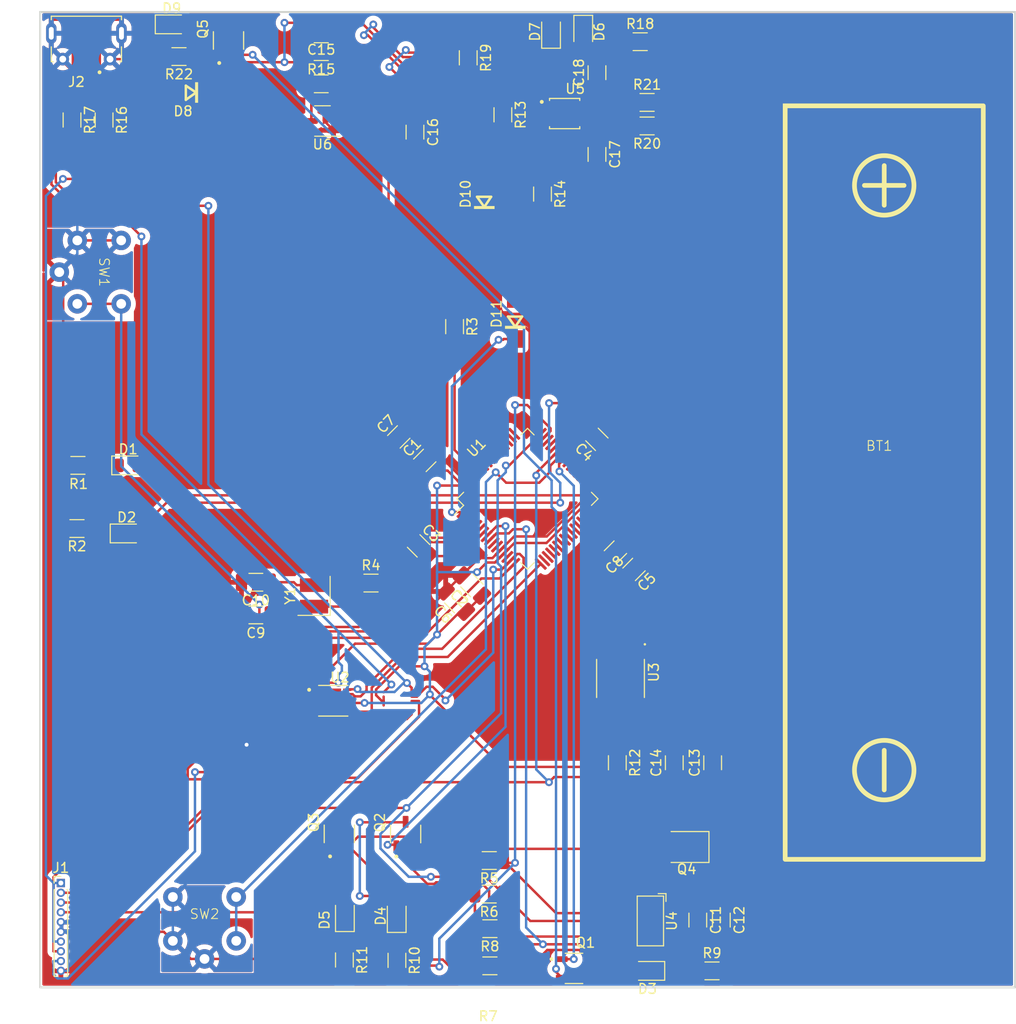
<source format=kicad_pcb>
(kicad_pcb (version 20221018) (generator pcbnew)
  (layers (0 "F.Cu" signal) (31 "B.Cu" signal) (34 "B.Paste" user) (35 "F.Paste" user) (36 "B.SilkS" user "B.Silkscreen") (37 "F.SilkS" user "F.Silkscreen") (38 "B.Mask" user) (39 "F.Mask" user) (44 "Edge.Cuts" user))
  (net 0 "")
  (net 1 "+3V3")
  (net 2 "GND")
  (net 3 "/MCU Submodule/NRST")
  (net 4 "/MCU Submodule/SW1")
  (net 5 "/MCU Submodule/OSC_IN")
  (net 6 "Net-(C10-Pad1)")
  (net 7 "AOUT")
  (net 8 "USB_Detect")
  (net 9 "Net-(U5-SS)")
  (net 10 "Net-(U5-BATT)")
  (net 11 "Net-(D1-K)")
  (net 12 "/MCU Submodule/LED1")
  (net 13 "Net-(D2-K)")
  (net 14 "/MCU Submodule/LED2")
  (net 15 "Net-(D3-K)")
  (net 16 "Net-(D3-A)")
  (net 17 "Net-(D4-K)")
  (net 18 "Net-(D4-A)")
  (net 19 "Net-(D5-K)")
  (net 20 "Net-(D5-A)")
  (net 21 "Net-(D6-K)")
  (net 22 "Net-(D6-A)")
  (net 23 "Net-(D7-K)")
  (net 24 "Net-(D7-A)")
  (net 25 "Net-(J2-VBUS)")
  (net 26 "Net-(D9-K)")
  (net 27 "Net-(D9-A)")
  (net 28 "+BATT")
  (net 29 "Net-(J2-D-)")
  (net 30 "Net-(J2-D+)")
  (net 31 "DIG_OUT")
  (net 32 "+3.3V")
  (net 33 "Sensor_GPIO1")
  (net 34 "Sensor_XSHUT")
  (net 35 "Net-(BT1-+)")
  (net 36 "/MCU Submodule/BOOT0")
  (net 37 "/MCU Submodule/OSC_OUT")
  (net 38 "Sensor_SCL")
  (net 39 "Sensor_SDA")
  (net 40 "Net-(U5-NTC)")
  (net 41 "USBDN")
  (net 42 "USBDP")
  (net 43 "Net-(U5-IBF)")
  (net 44 "Net-(U5-ISET)")
  (net 50 "/MCU Submodule/USART FTDI RTS")
  (net 51 "/MCU Submodule/USART FTDI CTS")
  (net 52 "/MCU Submodule/USART FTDI RXD")
  (net 53 "/MCU Submodule/USART FTDI TXD")
  (net 65 "/MCU Submodule/MEM SCL")
  (net 66 "/MCU Submodule/MEM SDA")
  (net 89 "/MCU Submodule/CBUS0")
  (footprint "Capacitor_SMD:C_1206_3216Metric" (layer "F.Cu") (at 117.766 45.593)
    (fp_text reference "C15")
    (fp_text value "4.7u")
  )
  (footprint "LED_SMD:LED_0805_2012Metric" (layer "F.Cu") (at 120.1909 130.8172 90)
    (fp_text reference "D5")
    (fp_text value "LED")
  )
  (footprint "Resistor_SMD:R_1206_3216Metric" (layer "F.Cu") (at 122.8705 96.774)
    (fp_text reference "R4")
    (fp_text value "390")
  )
  (footprint "footprints:Crystal_SMD_3225-2Pin_3.2x2.5mm" (layer "F.Cu") (at 117.0285 98.087 90)
    (fp_text reference "Y1")
    (fp_text value "A308000003")
  )
  (footprint "Resistor_SMD:R_1206_3216Metric" (layer "F.Cu") (at 157.8504 136.5322)
    (fp_text reference "R9")
    (fp_text value "470")
  )
  (footprint "footprints:DO-214AC" (layer "F.Cu") (at 104.128 46.482 180)
    (fp_text reference "D8")
    (fp_text value "SS54")
  )
  (footprint "Capacitor_SMD:C_1206_3216Metric" (layer "F.Cu") (at 156.3919 131.3252 -90)
    (fp_text reference "C11")
    (fp_text value "4.7u")
  )
  (footprint "footprints:SOT95P280X125-3N" (layer "F.Cu") (at 126.4199 122.5017 90)
    (fp_text reference "Q2")
    (fp_text value "AO3400A")
  )
  (footprint "Resistor_SMD:R_1206_3216Metric" (layer "F.Cu") (at 135.0665 136.017 180)
    (fp_text reference "R7")
    (fp_text value "10k")
  )
  (footprint "Capacitor_SMD:C_1206_3216Metric" (layer "F.Cu") (at 111.0595 96.69 180)
    (fp_text reference "C10")
    (fp_text value "20p")
  )
  (footprint "Resistor_SMD:R_1206_3216Metric_Pad1.30x1.75mm_HandSolder" (layer "F.Cu") (at 92.202 49.302 -90)
    (fp_text reference "R17")
    (fp_text value "0")
  )
  (footprint "LED_SMD:LED_0805_2012Metric" (layer "F.Cu") (at 102.4285 39.497)
    (fp_text reference "D9")
    (fp_text value "LED")
  )
  (footprint "Capacitor_SMD:C_1206_3216Metric" (layer "F.Cu") (at 147.943 93.599 -135)
    (fp_text reference "C8")
    (fp_text value "4.7u")
  )
  (footprint "footprints:DO-214AC" (layer "F.Cu") (at 137.668 69.705 90)
    (fp_text reference "D11")
    (fp_text value "SS54")
  )
  (footprint "Resistor_SMD:R_1206_3216Metric" (layer "F.Cu") (at 103.1735 42.799 180)
    (fp_text reference "R22")
    (fp_text value "470")
  )
  (footprint "LED_SMD:LED_1210_3225Metric" (layer "F.Cu") (at 155.2519 123.8322 180)
    (fp_text reference "Q4")
    (fp_text value "PT42-21C/TR8")
  )
  (footprint "Resistor_SMD:R_1206_3216Metric" (layer "F.Cu") (at 132.842 42.926 -90)
    (fp_text reference "R19")
    (fp_text value "470")
  )
  (footprint "LED_SMD:LED_0805_2012Metric" (layer "F.Cu") (at 97.9655 84.709)
    (fp_text reference "D1")
    (fp_text value "LED")
  )
  (footprint "Resistor_SMD:R_1206_3216Metric" (layer "F.Cu") (at 117.766 42.291 180)
    (fp_text reference "R15")
    (fp_text value "10k")
  )
  (footprint "Capacitor_SMD:C_1206_3216Metric" (layer "F.Cu") (at 111.0595 100.04 180)
    (fp_text reference "C9")
    (fp_text value "20p")
  )
  (footprint "Resistor_SMD:R_1206_3216Metric" (layer "F.Cu") (at 150.483 41.275)
    (fp_text reference "R18")
    (fp_text value "470")
  )
  (footprint "Resistor_SMD:R_1206_3216Metric" (layer "F.Cu") (at 92.71 91.186 180)
    (fp_text reference "R2")
    (fp_text value "470")
  )
  (footprint "Resistor_SMD:R_1206_3216Metric" (layer "F.Cu") (at 120.1409 135.4167 -90)
    (fp_text reference "R11")
    (fp_text value "470")
  )
  (footprint "LED_SMD:LED_0805_2012Metric" (layer "F.Cu") (at 97.807 91.686)
    (fp_text reference "D2")
    (fp_text value "LED")
  )
  (footprint "Resistor_SMD:R_1206_3216Metric" (layer "F.Cu") (at 125.5309 135.4547 -90)
    (fp_text reference "R10")
    (fp_text value "470")
  )
  (footprint "Capacitor_SMD:C_1206_3216Metric" (layer "F.Cu") (at 127.381 50.546 -90)
    (fp_text reference "C16")
    (fp_text value "4.7u")
  )
  (footprint "footprints:SKHHQYA010" (layer "F.Cu") (at 105.795 131.207)
    (fp_text reference "SW2")
    (fp_text value "SKHHQYA010")
  )
  (footprint "Resistor_SMD:R_1206_3216Metric" (layer "F.Cu") (at 151.1915 49.911 180)
    (fp_text reference "R20")
    (fp_text value "20k")
  )
  (footprint "Resistor_SMD:R_1206_3216Metric" (layer "F.Cu") (at 151.1915 47.498)
    (fp_text reference "R21")
    (fp_text value "2.3k")
  )
  (footprint "Capacitor_SMD:C_1206_3216Metric" (layer "F.Cu") (at 131.572 98.679 135)
    (fp_text reference "C6")
    (fp_text value "100n")
  )
  (footprint "Package_TO_SOT_SMD:SOT-23-3" (layer "F.Cu") (at 117.893 49.403 180)
    (fp_text reference "U6")
    (fp_text value "XC6206P332MR")
  )
  (footprint "Resistor_SMD:R_1206_3216Metric" (layer "F.Cu") (at 135.001 125.222 180)
    (fp_text reference "R5")
    (fp_text value "3k6")
  )
  (footprint "footprints:SOT95P280X125-3N" (layer "F.Cu") (at 119.6229 122.4867 90)
    (fp_text reference "Q3")
    (fp_text value "AO3400A")
  )
  (footprint "Capacitor_SMD:C_1206_3216Metric" (layer "F.Cu") (at 153.9789 115.1962 90)
    (fp_text reference "C14")
    (fp_text value "100n")
  )
  (footprint "Capacitor_SMD:C_1206_3216Metric" (layer "F.Cu") (at 158.8049 131.3252 -90)
    (fp_text reference "C12")
    (fp_text value "100n")
  )
  (footprint "Resistor_SMD:R_1206_3216Metric" (layer "F.Cu") (at 134.9904 128.6582 180)
    (fp_text reference "R6")
    (fp_text value "3k6")
  )
  (footprint "Capacitor_SMD:C_1206_3216Metric" (layer "F.Cu") (at 146.05 44.45 90)
    (fp_text reference "C18")
    (fp_text value "4.7u")
  )
  (footprint "Connector_PinHeader_1.00mm:PinHeader_1x10_P1.00mm_Vertical" (layer "F.Cu") (at 91.059 127.525)
    (fp_text reference "J1")
    (fp_text value "Conn_01x10_Pin")
  )
  (footprint "Capacitor_SMD:C_1206_3216Metric" (layer "F.Cu") (at 133.223 97.028 135)
    (fp_text reference "C2")
    (fp_text value "4.7u")
  )
  (footprint "Resistor_SMD:R_1206_3216Metric" (layer "F.Cu") (at 135.0665 132.207 180)
    (fp_text reference "R8")
    (fp_text value "10k")
  )
  (footprint "footprints:SOT95P280X125-3N" (layer "F.Cu") (at 108.2535 41.148 90)
    (fp_text reference "Q5")
    (fp_text value "AO3400A")
  )
  (footprint "footprints:BH-18650-B1BA002" (layer "F.Cu") (at 175.26 84.948)
    (fp_text reference "BT1")
    (fp_text value "BH-18650-B1BA002")
  )
  (footprint "Capacitor_SMD:C_1206_3216Metric" (layer "F.Cu") (at 146.05 52.832 -90)
    (fp_text reference "C17")
    (fp_text value "4.7u")
  )
  (footprint "Resistor_SMD:R_1206_3216Metric" (layer "F.Cu") (at 131.445 70.485 -90)
    (fp_text reference "R3")
    (fp_text value "10k")
  )
  (footprint "Capacitor_SMD:C_1206_3216Metric" (layer "F.Cu") (at 146.038 82.042 135)
    (fp_text reference "C4")
    (fp_text value "100n")
  )
  (footprint "Resistor_SMD:R_1206_3216Metric" (layer "F.Cu") (at 140.462 56.896 -90)
    (fp_text reference "R14")
    (fp_text value "100k")
  )
  (footprint "Sensor_Distance:ST_VL53L1x" (layer "F.Cu") (at 151.5279 131.4142 -90)
    (fp_text reference "U4")
    (fp_text value "VL53L1CXV0FY1")
  )
  (footprint "Package_QFP:LQFP-64_10x10mm_P0.5mm" (layer "F.Cu") (at 138.926 88.138 45)
    (fp_text reference "U1")
    (fp_text value "STM32F051R8Tx")
  )
  (footprint "Capacitor_SMD:C_1206_3216Metric" (layer "F.Cu") (at 149.848 95.377 -135)
    (fp_text reference "C5")
    (fp_text value "100n")
  )
  (footprint "footprints:DO-214AC" (layer "F.Cu") (at 134.493 57.422 90)
    (fp_text reference "D10")
    (fp_text value "SS54")
  )
  (footprint "LED_SMD:LED_0805_2012Metric" (layer "F.Cu") (at 125.5069 130.9057 90)
    (fp_text reference "D4")
    (fp_text value "LED")
  )
  (footprint "Capacitor_SMD:C_1206_3216Metric" (layer "F.Cu") (at 125.718 81.788 45)
    (fp_text reference "C7")
    (fp_text value "100n")
  )
  (footprint "footprints:SHOUHAN_MICROXNJ" (layer "F.Cu") (at 93.676 38.661)
    (fp_text reference "J2")
    (fp_text value "MICROXNJ")
  )
  (footprint "Resistor_SMD:R_1206_3216Metric_Pad1.30x1.75mm_HandSolder" (layer "F.Cu") (at 95.492 49.302 -90)
    (fp_text reference "R16")
    (fp_text value "0")
  )
  (footprint "LED_SMD:LED_0805_2012Metric" (layer "F.Cu") (at 141.339 40.259 90)
    (fp_text reference "D7")
    (fp_text value "LED")
  )
  (footprint "footprints:SON45P300X300X80-13N" (layer "F.Cu") (at 118.999 108.839)
    (fp_text reference "U2")
    (fp_text value "FT234XD-R")
  )
  (footprint "footprints:SON50P300X300X100-11N" (layer "F.Cu") (at 142.736 48.641)
    (fp_text reference "U5")
    (fp_text value "MP2602DQ-LF-Z")
  )
  (footprint "Resistor_SMD:R_1206_3216Metric" (layer "F.Cu") (at 148.1369 115.1962 -90)
    (fp_text reference "R12")
    (fp_text value "120")
  )
  (footprint "LED_SMD:LED_0805_2012Metric" (layer "F.Cu") (at 144.641 40.259 -90)
    (fp_text reference "D6")
    (fp_text value "LED")
  )
  (footprint "Capacitor_SMD:C_1206_3216Metric" (layer "F.Cu") (at 157.9159 115.1962 90)
    (fp_text reference "C13")
    (fp_text value "4.7u")
  )
  (footprint "Resistor_SMD:R_1206_3216Metric" (layer "F.Cu") (at 136.398 48.768 -90)
    (fp_text reference "R13")
    (fp_text value "470k")
  )
  (footprint "Resistor_SMD:R_1206_3216Metric" (layer "F.Cu") (at 92.807 84.709 180)
    (fp_text reference "R1")
    (fp_text value "470")
  )
  (footprint "LED_SMD:LED_0805_2012Metric" (layer "F.Cu") (at 151.3119 136.5322 180)
    (fp_text reference "D3")
    (fp_text value "LED")
  )
  (footprint "footprints:SOIC127P600X175-8N" (layer "F.Cu") (at 148.463 106.553 -90)
    (fp_text reference "U3")
    (fp_text value "CAT24C256")
  )
  (footprint "Capacitor_SMD:C_1206_3216Metric" (layer "F.Cu") (at 128.385 84.201 45)
    (fp_text reference "C1")
    (fp_text value "4.7u")
  )
  (footprint "footprints:SKHHQYA010" (layer "F.Cu") (at 94.996 64.897 -90)
    (fp_text reference "SW1")
    (fp_text value "SKHHQYA010")
  )
  (footprint "footprints:SOT95P280X125-3N" (layer "F.Cu") (at 143.6919 136.2782)
    (fp_text reference "Q1")
    (fp_text value "AO3400A")
  )
  (footprint "Capacitor_SMD:C_1206_3216Metric" (layer "F.Cu") (at 127.75 92.964 -45)
    (fp_text reference "C3")
    (fp_text value "100n")
  )
  (gr_rect (start 88.939 38.227) (end 188.939 138.227) (stroke (width 0.2)) (fill none) (layer "Edge.Cuts"))
  (segment (start 127.348 123.734) (end 127.359 123.746) (width 0.25) (layer "F.Cu") (net 1))
  (segment (start 156.652 123.834) (end 156.652 123.833) (width 0.25) (layer "F.Cu") (net 1))
  (segment (start 128.235 124.621) (end 133.538 124.621) (width 0.25) (layer "F.Cu") (net 1))
  (segment (start 127.37 123.757) (end 128.235 124.621) (width 0.25) (layer "F.Cu") (net 1))
  (segment (start 121.058 123.258) (end 121.542 122.773) (width 0.25) (layer "F.Cu") (net 1))
  (segment (start 152.2029 129.6742) (end 152.203 129.6741) (width 0.25) (layer "F.Cu") (net 1))
  (segment (start 148.986 92.556) (end 145.929 89.4992) (width 0.25) (layer "F.Cu") (net 1))
  (segment (start 137.58 92.6657) (end 136.504 93.7417) (width 0.25) (layer "F.Cu") (net 1))
  (segment (start 127.19 123.577) (end 127.28 123.667) (width 0.25) (layer "F.Cu") (net 1))
  (segment (start 120.5729 123.7416) (end 120.5729 123.7417) (width 0.25) (layer "F.Cu") (net 1))
  (segment (start 133.528 128.766) (end 133.528 128.712) (width 0.25) (layer "F.Cu") (net 1))
  (segment (start 152.3279 129.8142) (end 152.328 129.8141) (width 0.25) (layer "F.Cu") (net 1))
  (segment (start 127.37 123.756) (end 127.37 123.7565) (width 0.25) (layer "F.Cu") (net 1))
  (segment (start 136.504 93.7418) (end 136.504 93.7417) (width 0.25) (layer "F.Cu") (net 1))
  (segment (start 134.266 98.071) (end 132.615 99.722) (width 0.25) (layer "F.Cu") (net 1))
  (segment (start 120.576 123.738) (end 120.5745 123.74) (width 0.25) (layer "F.Cu") (net 1))
  (segment (start 121.175 109.064) (end 120.434 109.064) (width 0.2498) (layer "F.Cu") (net 1))
  (segment (start 150.993 107.528) (end 150.993 94.4361) (width 0.25) (layer "F.Cu") (net 1))
  (segment (start 127.348 123.734) (end 127.359 123.746) (width 0.25) (layer "F.Cu") (net 1))
  (segment (start 119.03 48.453) (end 119.0305 48.453) (width 0.25) (layer "F.Cu") (net 1))
  (segment (start 127.088 85.244) (end 127.342 85.244) (width 0.25) (layer "F.Cu") (net 1))
  (segment (start 132.2615 86.7768) (end 129.645 86.7768) (width 0.25) (layer "F.Cu") (net 1))
  (segment (start 133.528 128.712) (end 133.528 128.685) (width 0.25) (layer "F.Cu") (net 1))
  (segment (start 133.528 130.394) (end 133.528 129.526) (width 0.25) (layer "F.Cu") (net 1))
  (segment (start 133.528 128.685) (end 133.528 128.672) (width 0.25) (layer "F.Cu") (net 1))
  (segment (start 133.528 128.672) (end 133.528 128.671) (width 0.25) (layer "F.Cu") (net 1))
  (segment (start 127.381 49.071) (end 124.675 51.777) (width 0.25) (layer "F.Cu") (net 1))
  (segment (start 131.981 99.722) (end 129.645 102.058) (width 0.25) (layer "F.Cu") (net 1))
  (segment (start 133.528 128.685) (end 133.528 128.672) (width 0.25) (layer "F.Cu") (net 1))
  (segment (start 127.359 123.746) (end 127.37 123.757) (width 0.25) (layer "F.Cu") (net 1))
  (segment (start 121.057 123.258) (end 120.815 123.5) (width 0.25) (layer "F.Cu") (net 1))
  (segment (start 133.528 129.526) (end 133.528 129.092) (width 0.25) (layer "F.Cu") (net 1))
  (segment (start 156.652 123.833) (end 156.652 123.832) (width 0.25) (layer "F.Cu") (net 1))
  (segment (start 156.6519 123.8329) (end 156.6519 123.8322) (width 0.25) (layer "F.Cu") (net 1))
  (segment (start 133.528 129.092) (end 133.528 128.875) (width 0.25) (layer "F.Cu") (net 1))
  (segment (start 151.894 129.235) (end 151.169 129.235) (width 0.25) (layer "F.Cu") (net 1))
  (segment (start 148.986 92.556) (end 150.764 94.334) (width 0.25) (layer "F.Cu") (net 1))
  (segment (start 133.528 128.875) (end 133.528 128.766) (width 0.25) (layer "F.Cu") (net 1))
  (segment (start 133.528 128.671) (end 133.528 128.6645) (width 0.25) (layer "F.Cu") (net 1))
  (segment (start 133.528 128.6645) (end 133.528 128.658) (width 0.25) (layer "F.Cu") (net 1))
  (segment (start 133.528 128.672) (end 133.528 128.671) (width 0.25) (layer "F.Cu") (net 1))
  (segment (start 120.634 123.682) (end 120.573 123.742) (width 0.25) (layer "F.Cu") (net 1))
  (segment (start 133.528 128.671) (end 133.528 128.6645) (width 0.25) (layer "F.Cu") (net 1))
  (segment (start 116.815 107.975) (end 117.005 108.164) (width 0.25) (layer "F.Cu") (net 1))
  (segment (start 128.912 108.247) (end 128.912 108.185) (width 0.25) (layer "F.Cu") (net 1))
  (segment (start 133.604 132.207) (end 133.604 136.017) (width 0.25) (layer "F.Cu") (net 1))
  (segment (start 156.652 123.837) (end 156.652 123.834) (width 0.25) (layer "F.Cu") (net 1))
  (segment (start 151.169 129.235) (end 150.728 129.676) (width 0.25) (layer "F.Cu") (net 1))
  (segment (start 158.8049 129.8502) (end 158.8049 129.85) (width 0.25) (layer "F.Cu") (net 1))
  (segment (start 133.528 128.685) (end 133.528 128.672) (width 0.25) (layer "F.Cu") (net 1))
  (segment (start 120.815 123.5) (end 120.694 123.621) (width 0.25) (layer "F.Cu") (net 1))
  (segment (start 133.528 128.6645) (end 133.528 128.658) (width 0.25) (layer "F.Cu") (net 1))
  (segment (start 133.528 128.6645) (end 133.528 128.658) (width 0.25) (layer "F.Cu") (net 1))
  (segment (start 120.588 123.727) (end 120.58 123.734) (width 0.25) (layer "F.Cu") (net 1))
  (segment (start 133.528 128.672) (end 133.528 128.671) (width 0.25) (layer "F.Cu") (net 1))
  (segment (start 127.37 123.7565) (end 127.37 123.757) (width 0.25) (layer "F.Cu") (net 1))
  (segment (start 136.5042 93.7418) (end 136.504 93.7418) (width 0.25) (layer "F.Cu") (net 1))
  (segment (start 135.579 94.6669) (end 134.733 94.6669) (width 0.25) (layer "F.Cu") (net 1))
  (segment (start 120.576 123.738) (end 120.5745 123.74) (width 0.25) (layer "F.Cu") (net 1))
  (segment (start 156.652 123.833) (end 156.652 123.832) (width 0.25) (layer "F.Cu") (net 1))
  (segment (start 133.604 132.207) (end 133.528 132.131) (width 0.25) (layer "F.Cu") (net 1))
  (segment (start 133.528 128.712) (end 133.528 128.685) (width 0.25) (layer "F.Cu") (net 1))
  (segment (start 120.576 123.738) (end 120.5745 123.74) (width 0.25) (layer "F.Cu") (net 1))
  (segment (start 133.528 128.766) (end 133.528 128.712) (width 0.25) (layer "F.Cu") (net 1))
  (segment (start 150.728 129.676) (end 145.073 124.021) (width 0.25) (layer "F.Cu") (net 1))
  (segment (start 120.5745 123.74) (end 120.573 123.742) (width 0.25) (layer "F.Cu") (net 1))
  (segment (start 156.652 123.834) (end 156.652 123.833) (width 0.25) (layer "F.Cu") (net 1))
  (segment (start 120.634 123.682) (end 120.573 123.742) (width 0.25) (layer "F.Cu") (net 1))
  (segment (start 152.203 129.544) (end 151.894 129.235) (width 0.25) (layer "F.Cu") (net 1))
  (segment (start 156.652 123.842) (end 156.652 123.837) (width 0.25) (layer "F.Cu") (net 1))
  (segment (start 120.588 123.727) (end 120.58 123.734) (width 0.25) (layer "F.Cu") (net 1))
  (segment (start 144.656 88.8768) (end 140.868 92.6657) (width 0.25) (layer "F.Cu") (net 1))
  (segment (start 133.528 128.712) (end 133.528 128.685) (width 0.25) (layer "F.Cu") (net 1))
  (segment (start 133.528 128.671) (end 133.528 128.6645) (width 0.25) (layer "F.Cu") (net 1))
  (segment (start 133.5279 128.6644) (end 133.5279 128.6582) (width 0.25) (layer "F.Cu") (net 1))
  (segment (start 156.652 123.872) (end 156.652 123.852) (width 0.25) (layer "F.Cu") (net 1))
  (segment (start 120.576 123.738) (end 120.5745 123.74) (width 0.25) (layer "F.Cu") (net 1))
  (segment (start 156.652 123.842) (end 156.652 123.837) (width 0.25) (layer "F.Cu") (net 1))
  (segment (start 136.504 93.7417) (end 136.504 93.7418) (width 0.25) (layer "F.Cu") (net 1))
  (segment (start 120.58 123.734) (end 120.576 123.738) (width 0.25) (layer "F.Cu") (net 1))
  (segment (start 156.392 129.8501) (end 156.392 129.85) (width 0.25) (layer "F.Cu") (net 1))
  (segment (start 120.573 123.742) (end 121.058 123.258) (width 0.25) (layer "F.Cu") (net 1))
  (segment (start 127.3699 123.7566) (end 127.3699 123.7567) (width 0.25) (layer "F.Cu") (net 1))
  (segment (start 121.175 109.064) (end 122.207 109.064) (width 0.25) (layer "F.Cu") (net 1))
  (segment (start 136.285 115.621) (end 128.912 108.247) (width 0.25) (layer "F.Cu") (net 1))
  (segment (start 126.763 48.453) (end 127.381 49.071) (width 0.25) (layer "F.Cu") (net 1))
  (segment (start 127.37 123.7565) (end 127.37 123.757) (width 0.25) (layer "F.Cu") (net 1))
  (segment (start 145.59 89.4992) (end 144.968 88.8768) (width 0.25) (layer "F.Cu") (net 1))
  (segment (start 150.7279 129.8142) (end 150.728 129.8141) (width 0.25) (layer "F.Cu") (net 1))
  (segment (start 120.603 123.712) (end 120.588 123.727) (width 0.25) (layer "F.Cu") (net 1))
  (segment (start 156.652 123.837) (end 156.652 123.834) (width 0.25) (layer "F.Cu") (net 1))
  (segment (start 133.528 128.672) (end 133.528 128.671) (width 0.25) (layer "F.Cu") (net 1))
  (segment (start 129.645 102.058) (end 128.716 102.987) (width 0.25) (layer "F.Cu") (net 1))
  (segment (start 156.652 123.852) (end 156.652 123.842) (width 0.25) (layer "F.Cu") (net 1))
  (segment (start 133.528 129.092) (end 133.528 128.875) (width 0.25) (layer "F.Cu") (net 1))
  (segment (start 130.729 85.244) (end 132.262 86.7768) (width 0.25) (layer "F.Cu") (net 1))
  (segment (start 152.328 129.799) (end 152.203 129.674) (width 0.25) (layer "F.Cu") (net 1))
  (segment (start 127.37 123.7565) (end 127.3699 123.7566) (width 0.25) (layer "F.Cu") (net 1))
  (segment (start 127.37 123.7565) (end 127.37 123.757) (width 0.25) (layer "F.Cu") (net 1))
  (segment (start 140.868 92.6657) (end 137.58 92.6657) (width 0.25) (layer "F.Cu") (net 1))
  (segment (start 121.058 123.258) (end 121.057 123.258) (width 0.25) (layer "F.Cu") (net 1))
  (segment (start 156.652 123.833) (end 156.652 123.832) (width 0.25) (layer "F.Cu") (net 1))
  (segment (start 156.652 123.852) (end 156.652 123.842) (width 0.25) (layer "F.Cu") (net 1))
  (segment (start 156.151 129.609) (end 156.392 129.85) (width 0.25) (layer "F.Cu") (net 1))
  (segment (start 120.5745 123.74) (end 120.573 123.742) (width 0.25) (layer "F.Cu") (net 1))
  (segment (start 127.348 123.734) (end 127.359 123.746) (width 0.25) (layer "F.Cu") (net 1))
  (segment (start 156.652 123.837) (end 156.652 123.834) (width 0.25) (layer "F.Cu") (net 1))
  (segment (start 156.652 123.834) (end 156.652 123.833) (width 0.25) (layer "F.Cu") (net 1))
  (segment (start 127.19 123.577) (end 127.28 123.667) (width 0.25) (layer "F.Cu") (net 1))
  (segment (start 156.392 129.85) (end 158.8049 129.85) (width 0.25) (layer "F.Cu") (net 1))
  (segment (start 133.528 128.875) (end 133.528 128.766) (width 0.25) (layer "F.Cu") (net 1))
  (segment (start 117.564 108.614) (end 117.564 108.164) (width 0.25) (layer "F.Cu") (net 1))
  (segment (start 127.325 123.712) (end 127.348 123.734) (width 0.25) (layer "F.Cu") (net 1))
  (segment (start 133.528 128.672) (end 133.528 128.671) (width 0.25) (layer "F.Cu") (net 1))
  (segment (start 156.652 123.834) (end 156.652 123.833) (width 0.25) (layer "F.Cu") (net 1))
  (segment (start 120.576 123.738) (end 120.5745 123.74) (width 0.25) (layer "F.Cu") (net 1))
  (segment (start 133.528 128.671) (end 133.528 128.6645) (width 0.25) (layer "F.Cu") (net 1))
  (segment (start 121.542 122.773) (end 126.386 122.773) (width 0.25) (layer "F.Cu") (net 1))
  (segment (start 127.348 123.734) (end 127.359 123.746) (width 0.25) (layer "F.Cu") (net 1))
  (segment (start 144.968 88.8768) (end 144.656 88.8768) (width 0.25) (layer "F.Cu") (net 1))
  (segment (start 156.652 123.833) (end 156.652 123.832) (width 0.25) (layer "F.Cu") (net 1))
  (segment (start 156.652 123.842) (end 156.652 123.837) (width 0.25) (layer "F.Cu") (net 1))
  (segment (start 150.368 108.153) (end 150.993 107.528) (width 0.25) (layer "F.Cu") (net 1))
  (segment (start 156.652 123.834) (end 156.652 123.833) (width 0.25) (layer "F.Cu") (net 1))
  (segment (start 156.652 123.832) (end 159.157 121.327) (width 0.25) (layer "F.Cu") (net 1))
  (segment (start 133.528 128.685) (end 133.528 128.672) (width 0.25) (layer "F.Cu") (net 1))
  (segment (start 156.652 124.477) (end 151.894 129.235) (width 0.25) (layer "F.Cu") (net 1))
  (segment (start 133.528 128.685) (end 133.528 128.672) (width 0.25) (layer "F.Cu") (net 1))
  (segment (start 127.359 123.746) (end 127.37 123.757) (width 0.25) (layer "F.Cu") (net 1))
  (segment (start 120.603 123.712) (end 120.588 123.727) (width 0.25) (layer "F.Cu") (net 1))
  (segment (start 127.37 123.756) (end 127.37 123.7565) (width 0.25) (layer "F.Cu") (net 1))
  (segment (start 127.37 123.756) (end 127.37 123.7565) (width 0.25) (layer "F.Cu") (net 1))
  (segment (start 156.652 123.837) (end 156.652 123.834) (width 0.25) (layer "F.Cu") (net 1))
  (segment (start 133.538 124.621) (end 133.538 125.222) (width 0.25) (layer "F.Cu") (net 1))
  (segment (start 127.28 123.667) (end 127.325 123.712) (width 0.25) (layer "F.Cu") (net 1))
  (segment (start 133.528 128.766) (end 133.528 128.712) (width 0.25) (layer "F.Cu") (net 1))
  (segment (start 134.139 124.021) (end 133.538 124.621) (width 0.25) (layer "F.Cu") (net 1))
  (segment (start 123.395 108.272) (end 123.395 107.68) (width 0.25) (layer "F.Cu") (net 1))
  (segment (start 127.28 123.667) (end 127.325 123.712) (width 0.25) (layer "F.Cu") (net 1))
  (segment (start 120.5745 123.74) (end 120.573 123.742) (width 0.25) (layer "F.Cu") (net 1))
  (segment (start 120.694 123.621) (end 120.634 123.682) (width 0.25) (layer "F.Cu") (net 1))
  (segment (start 156.652 123.833) (end 156.6519 123.8329) (width 0.25) (layer "F.Cu") (net 1))
  (segment (start 120.694 123.621) (end 120.634 123.682) (width 0.25) (layer "F.Cu") (net 1))
  (segment (start 127.37 123.756) (end 127.37 123.7565) (width 0.25) (layer "F.Cu") (net 1))
  (segment (start 133.528 128.6645) (end 133.528 128.658) (width 0.25) (layer "F.Cu") (net 1))
  (segment (start 150.728 129.676) (end 150.728 129.814) (width 0.25) (layer "F.Cu") (net 1))
  (segment (start 134.733 94.6669) (end 133.748 95.6518) (width 0.25) (layer "F.Cu") (net 1))
  (segment (start 150.993 94.4361) (end 150.891 94.334) (width 0.25) (layer "F.Cu") (net 1))
  (segment (start 152.203 129.609) (end 156.151 129.609) (width 0.25) (layer "F.Cu") (net 1))
  (segment (start 156.652 123.852) (end 156.652 123.842) (width 0.25) (layer "F.Cu") (net 1))
  (segment (start 133.528 128.672) (end 133.528 128.671) (width 0.25) (layer "F.Cu") (net 1))
  (segment (start 123.991 108.868) (end 123.395 108.272) (width 0.25) (layer "F.Cu") (net 1))
  (segment (start 156.652 123.912) (end 156.652 123.872) (width 0.25) (layer "F.Cu") (net 1))
  (segment (start 133.528 128.766) (end 133.528 128.712) (width 0.25) (layer "F.Cu") (net 1))
  (segment (start 126.386 122.773) (end 127.19 123.577) (width 0.25) (layer "F.Cu") (net 1))
  (segment (start 120.634 123.682) (end 120.573 123.742) (width 0.25) (layer "F.Cu") (net 1))
  (segment (start 120.58 123.734) (end 120.576 123.738) (width 0.25) (layer "F.Cu") (net 1))
  (segment (start 133.528 128.712) (end 133.528 128.685) (width 0.25) (layer "F.Cu") (net 1))
  (segment (start 152.203 129.6741) (end 152.203 129.674) (width 0.25) (layer "F.Cu") (net 1))
  (segment (start 127.37 123.7565) (end 127.37 123.757) (width 0.25) (layer "F.Cu") (net 1))
  (segment (start 119.0305 48.453) (end 126.763 48.453) (width 0.25) (layer "F.Cu") (net 1))
  (segment (start 125.489 128.658) (end 120.573 123.742) (width 0.25) (layer "F.Cu") (net 1))
  (segment (start 127.359 123.746) (end 127.37 123.757) (width 0.25) (layer "F.Cu") (net 1))
  (segment (start 133.528 128.672) (end 133.528 128.671) (width 0.25) (layer "F.Cu") (net 1))
  (segment (start 120.634 123.682) (end 120.633 123.682) (width 0.25) (layer "F.Cu") (net 1))
  (segment (start 152.203 129.674) (end 152.203 129.609) (width 0.25) (layer "F.Cu") (net 1))
  (segment (start 133.528 128.685) (end 133.528 128.672) (width 0.25) (layer "F.Cu") (net 1))
  (segment (start 117.564 109.064) (end 117.564 108.614) (width 0.25) (layer "F.Cu") (net 1))
  (segment (start 133.528 128.6645) (end 133.528 128.658) (width 0.25) (layer "F.Cu") (net 1))
  (segment (start 156.652 123.842) (end 156.652 123.837) (width 0.25) (layer "F.Cu") (net 1))
  (segment (start 133.528 128.875) (end 133.528 128.766) (width 0.25) (layer "F.Cu") (net 1))
  (segment (start 133.528 128.671) (end 133.528 128.6645) (width 0.25) (layer "F.Cu") (net 1))
  (segment (start 133.528 129.526) (end 133.528 129.092) (width 0.25) (layer "F.Cu") (net 1))
  (segment (start 133.528 128.671) (end 133.528 128.6645) (width 0.25) (layer "F.Cu") (net 1))
  (segment (start 133.528 128.766) (end 133.528 128.712) (width 0.25) (layer "F.Cu") (net 1))
  (segment (start 120.58 123.734) (end 120.576 123.738) (width 0.25) (layer "F.Cu") (net 1))
  (segment (start 156.652 123.872) (end 156.652 123.852) (width 0.25) (layer "F.Cu") (net 1))
  (segment (start 156.652 123.872) (end 156.652 123.852) (width 0.25) (layer "F.Cu") (net 1))
  (segment (start 120.58 123.734) (end 120.576 123.738) (width 0.25) (layer "F.Cu") (net 1))
  (segment (start 133.528 130.394) (end 133.528 129.526) (width 0.25) (layer "F.Cu") (net 1))
  (segment (start 133.528 128.6645) (end 133.5279 128.6644) (width 0.25) (layer "F.Cu") (net 1))
  (segment (start 133.528 128.671) (end 133.528 128.6645) (width 0.25) (layer "F.Cu") (net 1))
  (segment (start 150.728 129.8141) (end 150.728 129.814) (width 0.25) (layer "F.Cu") (net 1))
  (segment (start 133.528 128.766) (end 133.528 128.712) (width 0.25) (layer "F.Cu") (net 1))
  (segment (start 133.528 128.672) (end 133.528 128.671) (width 0.25) (layer "F.Cu") (net 1))
  (segment (start 121.24 102.987) (end 116.815 107.411) (width 0.25) (layer "F.Cu") (net 1))
  (segment (start 133.528 128.6645) (end 133.528 128.658) (width 0.25) (layer "F.Cu") (net 1))
  (segment (start 156.652 123.837) (end 156.652 123.834) (width 0.25) (layer "F.Cu") (net 1))
  (segment (start 124.168 109.318) (end 124.168 108.868) (width 0.25) (layer "F.Cu") (net 1))
  (segment (start 133.528 128.658) (end 125.489 128.658) (width 0.25) (layer "F.Cu") (net 1))
  (segment (start 133.528 129.092) (end 133.528 128.875) (width 0.25) (layer "F.Cu") (net 1))
  (segment (start 127.325 123.712) (end 127.348 123.734) (width 0.25) (layer "F.Cu") (net 1))
  (segment (start 158.682 115.621) (end 136.285 115.621) (width 0.25) (layer "F.Cu") (net 1))
  (segment (start 145.929 89.4992) (end 145.5905 89.4992) (width 0.25) (layer "F.Cu") (net 1))
  (segment (start 156.652 123.837) (end 156.652 123.834) (width 0.25) (layer "F.Cu") (net 1))
  (segment (start 145.5905 89.4992) (end 145.59 89.4992) (width 0.25) (layer "F.Cu") (net 1))
  (segment (start 116.815 107.411) (end 116.815 107.975) (width 0.25) (layer "F.Cu") (net 1))
  (segment (start 120.633 123.682) (end 120.603 123.712) (width 0.25) (layer "F.Cu") (net 1))
  (segment (start 120.5745 123.74) (end 120.573 123.742) (width 0.25) (layer "F.Cu") (net 1))
  (segment (start 152.328 129.814) (end 152.328 129.799) (width 0.25) (layer "F.Cu") (net 1))
  (segment (start 156.652 123.833) (end 156.652 123.832) (width 0.25) (layer "F.Cu") (net 1))
  (segment (start 156.652 123.834) (end 156.652 123.833) (width 0.25) (layer "F.Cu") (net 1))
  (segment (start 136.504 93.7418) (end 135.579 94.6669) (width 0.25) (layer "F.Cu") (net 1))
  (segment (start 133.528 129.092) (end 133.528 128.875) (width 0.25) (layer "F.Cu") (net 1))
  (segment (start 125.764 105.311) (end 128.358 105.311) (width 0.25) (layer "F.Cu") (net 1))
  (segment (start 133.528 128.685) (end 133.528 128.672) (width 0.25) (layer "F.Cu") (net 1))
  (segment (start 132.615 99.722) (end 131.981 99.722) (width 0.25) (layer "F.Cu") (net 1))
  (segment (start 120.588 123.727) (end 120.58 123.734) (width 0.25) (layer "F.Cu") (net 1))
  (segment (start 133.5385 125.222) (end 133.538 125.222) (width 0.25) (layer "F.Cu") (net 1))
  (segment (start 145.073 124.021) (end 134.139 124.021) (width 0.25) (layer "F.Cu") (net 1))
  (segment (start 127.359 123.746) (end 127.37 123.756) (width 0.25) (layer "F.Cu") (net 1))
  (segment (start 150.764 94.334) (end 150.891 94.334) (width 0.25) (layer "F.Cu") (net 1))
  (segment (start 152.203 129.609) (end 152.203 129.544) (width 0.25) (layer "F.Cu") (net 1))
  (segment (start 133.528 129.526) (end 133.528 129.092) (width 0.25) (layer "F.Cu") (net 1))
  (segment (start 120.5745 123.74) (end 120.573 123.742) (width 0.25) (layer "F.Cu") (net 1))
  (segment (start 133.528 128.6645) (end 133.528 128.658) (width 0.25) (layer "F.Cu") (net 1))
  (segment (start 127.348 123.734) (end 127.359 123.746) (width 0.25) (layer "F.Cu") (net 1))
  (segment (start 133.528 128.712) (end 133.528 128.685) (width 0.25) (layer "F.Cu") (net 1))
  (segment (start 156.3919 129.8502) (end 156.392 129.8501) (width 0.25) (layer "F.Cu") (net 1))
  (segment (start 127.359 123.746) (end 127.37 123.757) (width 0.25) (layer "F.Cu") (net 1))
  (segment (start 123.395 107.68) (end 125.764 105.311) (width 0.25) (layer "F.Cu") (net 1))
  (segment (start 124.168 108.868) (end 123.991 108.868) (width 0.25) (layer "F.Cu") (net 1))
  (segment (start 156.652 123.912) (end 156.652 123.872) (width 0.25) (layer "F.Cu") (net 1))
  (segment (start 132.262 86.7768) (end 132.2615 86.7768) (width 0.25) (layer "F.Cu") (net 1))
  (segment (start 120.694 123.621) (end 120.634 123.682) (width 0.25) (layer "F.Cu") (net 1))
  (segment (start 117.005 108.164) (end 117.564 108.164) (width 0.25) (layer "F.Cu") (net 1))
  (segment (start 128.716 102.987) (end 121.24 102.987) (width 0.25) (layer "F.Cu") (net 1))
  (segment (start 133.528 128.875) (end 133.528 128.766) (width 0.25) (layer "F.Cu") (net 1))
  (segment (start 133.528 128.875) (end 133.528 128.766) (width 0.25) (layer "F.Cu") (net 1))
  (segment (start 133.528 128.671) (end 133.528 128.6645) (width 0.25) (layer "F.Cu") (net 1))
  (segment (start 152.328 129.8141) (end 152.328 129.814) (width 0.25) (layer "F.Cu") (net 1))
  (segment (start 127.359 123.746) (end 127.37 123.757) (width 0.25) (layer "F.Cu") (net 1))
  (segment (start 127.28 123.667) (end 127.325 123.712) (width 0.25) (layer "F.Cu") (net 1))
  (segment (start 133.528 128.671) (end 133.528 128.6645) (width 0.25) (layer "F.Cu") (net 1))
  (segment (start 156.652 123.834) (end 156.652 123.833) (width 0.25) (layer "F.Cu") (net 1))
  (segment (start 127.325 123.712) (end 127.348 123.734) (width 0.25) (layer "F.Cu") (net 1))
  (segment (start 124.168 108.868) (end 124.168 108.418) (width 0.25) (layer "F.Cu") (net 1))
  (segment (start 156.652 123.842) (end 156.652 123.837) (width 0.25) (layer "F.Cu") (net 1))
  (segment (start 120.5745 123.74) (end 120.5729 123.7416) (width 0.25) (layer "F.Cu") (net 1))
  (segment (start 156.652 123.912) (end 156.652 124.477) (width 0.25) (layer "F.Cu") (net 1))
  (segment (start 133.528 128.685) (end 133.528 128.672) (width 0.25) (layer "F.Cu") (net 1))
  (segment (start 150.368 109.253) (end 150.368 108.153) (width 0.25) (layer "F.Cu") (net 1))
  (segment (start 127.342 85.244) (end 130.729 85.244) (width 0.25) (layer "F.Cu") (net 1))
  (segment (start 124.675 51.777) (end 124.675 82.831) (width 0.25) (layer "F.Cu") (net 1))
  (segment (start 159.157 121.327) (end 159.157 116.096) (width 0.25) (layer "F.Cu") (net 1))
  (segment (start 156.652 123.833) (end 156.652 123.832) (width 0.25) (layer "F.Cu") (net 1))
  (segment (start 133.528 128.6645) (end 133.528 128.658) (width 0.25) (layer "F.Cu") (net 1))
  (segment (start 133.528 128.712) (end 133.528 128.685) (width 0.25) (layer "F.Cu") (net 1))
  (segment (start 156.652 123.833) (end 156.652 123.832) (width 0.25) (layer "F.Cu") (net 1))
  (segment (start 158.8049 129.85) (end 158.805 129.85) (width 0.25) (layer "F.Cu") (net 1))
  (segment (start 133.528 128.6645) (end 133.528 128.658) (width 0.25) (layer "F.Cu") (net 1))
  (segment (start 156.652 123.852) (end 156.652 123.842) (width 0.25) (layer "F.Cu") (net 1))
  (segment (start 124.675 82.831) (end 127.088 85.244) (width 0.25) (layer "F.Cu") (net 1))
  (segment (start 120.815 123.5) (end 120.694 123.621) (width 0.25) (layer "F.Cu") (net 1))
  (segment (start 133.528 132.131) (end 133.528 130.394) (width 0.25) (layer "F.Cu") (net 1))
  (segment (start 159.157 116.096) (end 158.682 115.621) (width 0.25) (layer "F.Cu") (net 1))
  (segment (start 133.528 128.712) (end 133.528 128.685) (width 0.25) (layer "F.Cu") (net 1))
  (segment (start 127.325 123.712) (end 127.348 123.734) (width 0.25) (layer "F.Cu") (net 1))
  (segment (start 133.528 128.672) (end 133.528 128.671) (width 0.25) (layer "F.Cu") (net 1))
  (via (at 129.645 86.7768) (size 0.8) (drill 0.4) (layers "F.Cu" "B.Cu") (net 1))
  (via (at 133.748 95.6518) (size 0.8) (drill 0.4) (layers "F.Cu" "B.Cu") (net 1))
  (via (at 128.912 108.185) (size 0.8) (drill 0.4) (layers "F.Cu" "B.Cu") (net 1))
  (via (at 129.645 102.058) (size 0.8) (drill 0.4) (layers "F.Cu" "B.Cu") (net 1))
  (via (at 128.358 105.311) (size 0.8) (drill 0.4) (layers "F.Cu" "B.Cu") (net 1))
  (via (at 122.207 109.064) (size 0.8) (drill 0.4) (layers "F.Cu" "B.Cu") (net 1))
  (segment (start 128.358 105.311) (end 128.912 105.864) (width 0.25) (layer "B.Cu") (net 1))
  (segment (start 128.912 108.185) (end 128.033 109.064) (width 0.25) (layer "B.Cu") (net 1))
  (segment (start 128.358 103.345) (end 129.645 102.058) (width 0.25) (layer "B.Cu") (net 1))
  (segment (start 128.912 105.864) (end 128.912 108.185) (width 0.25) (layer "B.Cu") (net 1))
  (segment (start 129.645 86.7768) (end 129.645 95.6518) (width 0.25) (layer "B.Cu") (net 1))
  (segment (start 129.645 95.6518) (end 129.645 102.058) (width 0.25) (layer "B.Cu") (net 1))
  (segment (start 133.748 95.6518) (end 129.645 95.6518) (width 0.25) (layer "B.Cu") (net 1))
  (segment (start 128.358 105.311) (end 128.358 103.345) (width 0.25) (layer "B.Cu") (net 1))
  (segment (start 128.033 109.064) (end 122.207 109.064) (width 0.25) (layer "B.Cu") (net 1))
  (segment (start 91.296 84.709) (end 91.296 65.297) (width 0.25) (layer "F.Cu") (net 2))
  (segment (start 148.678 96.42) (end 146.9 94.642) (width 0.25) (layer "F.Cu") (net 2))
  (segment (start 152.1935 94.3459) (end 146.0766 88.229) (width 0.25) (layer "F.Cu") (net 2))
  (segment (start 126.4388 101.7262) (end 111.2707 101.7262) (width 0.25) (layer "F.Cu") (net 2))
  (segment (start 147.828 104.403) (end 148.103 104.678) (width 0.25) (layer "F.Cu") (net 2))
  (segment (start 91.296 65.297) (end 90.896 64.897) (width 0.25) (layer "F.Cu") (net 2))
  (segment (start 92.006 39.0159) (end 90.076 39.0159) (width 0.25) (layer "F.Cu") (net 2))
  (segment (start 129.428 83.2362) (end 129.428 83.158) (width 0.25) (layer "F.Cu") (net 2))
  (segment (start 149.6481 104.9531) (end 150.368 104.9531) (width 0.25) (layer "F.Cu") (net 2))
  (segment (start 93.026 43.036) (end 93.026 43.9861) (width 0.25) (layer "F.Cu") (net 2))
  (segment (start 107.2151 41.0898) (end 118.0273 41.0898) (width 0.25) (layer "F.Cu") (net 2))
  (segment (start 141.9985 58.3585) (end 140.462 58.3585) (width 0.25) (layer "F.Cu") (net 2))
  (segment (start 149.098 104.128) (end 149.098 104.403) (width 0.25) (layer "F.Cu") (net 2))
  (segment (start 158.8049 132.8002) (end 156.3919 132.8002) (width 0.25) (layer "F.Cu") (net 2))
  (segment (start 106.3255 41.9794) (end 107.2151 41.0898) (width 0.25) (layer "F.Cu") (net 2))
  (segment (start 142.236 49.141) (end 141.301 49.141) (width 0.25) (layer "F.Cu") (net 2))
  (segment (start 119.241 46.6489) (end 118.0298 47.8601) (width 0.25) (layer "F.Cu") (net 2))
  (segment (start 151.5279 129.9142) (end 151.5279 129.8142) (width 0.25) (layer "F.Cu") (net 2))
  (segment (start 116.7253 109.6118) (end 116.7253 110.4141) (width 0.25) (layer "F.Cu") (net 2))
  (segment (start 128.6353 48.5358) (end 126.7484 46.6489) (width 0.25) (layer "F.Cu") (net 2))
  (segment (start 119.2285 42.291) (end 119.241 42.3035) (width 0.25) (layer "F.Cu") (net 2))
  (segment (start 137.6224 137.7142) (end 140.9475 134.3891) (width 0.25) (layer "F.Cu") (net 2))
  (segment (start 140.9475 134.3891) (end 151.8756 134.3891) (width 0.25) (layer "F.Cu") (net 2))
  (segment (start 91.251 43.061) (end 91.251 43.2924) (width 0.25) (layer "F.Cu") (net 2))
  (segment (start 146.05 54.307) (end 141.9985 58.3585) (width 0.25) (layer "F.Cu") (net 2))
  (segment (start 118.0298 49.3523) (end 119.0305 50.353) (width 0.25) (layer "F.Cu") (net 2))
  (segment (start 149.098 104.678) (end 149.098 109.253) (width 0.25) (layer "F.Cu") (net 2))
  (segment (start 127.9675 80.745) (end 126.761 80.745) (width 0.25) (layer "F.Cu") (net 2))
  (segment (start 91.251 43.2924) (end 91.9447 43.9861) (width 0.25) (layer "F.Cu") (net 2))
  (segment (start 146.9 91.5158) (end 146.9 94.642) (width 0.25) (layer "F.Cu") (net 2))
  (segment (start 140.8985 91.9976) (end 137.5413 91.9976) (width 0.25) (layer "F.Cu") (net 2))
  (segment (start 153.0303 112.7726) (end 149.098 112.7726) (width 0.25) (layer "F.Cu") (net 2))
  (segment (start 152.1935 109.0413) (end 152.1935 94.3459) (width 0.25) (layer "F.Cu") (net 2))
  (segment (start 119.241 46.6489) (end 119.241 45.593) (width 0.25) (layer "F.Cu") (net 2))
  (segment (start 146.0766 88.229) (end 144.6671 88.229) (width 0.25) (layer "F.Cu") (net 2))
  (segment (start 92.376 43.7486) (end 92.376 43.9861) (width 0.25) (layer "F.Cu") (net 2))
  (segment (start 111.2707 101.7262) (end 109.5845 100.04) (width 0.25) (layer "F.Cu") (net 2))
  (segment (start 94.846 39.0159) (end 94.476 39.3859) (width 0.25) (layer "F.Cu") (net 2))
  (segment (start 149.098 103.853) (end 149.098 104.128) (width 0.25) (layer "F.Cu") (net 2))
  (segment (start 91.2475 84.7575) (end 91.296 84.709) (width 0.25) (layer "F.Cu") (net 2))
  (segment (start 149.098 104.403) (end 149.6481 104.9531) (width 0.25) (layer "F.Cu") (net 2))
  (segment (start 147.081 78.9346) (end 147.081 83.085) (width 0.25) (layer "F.Cu") (net 2))
  (segment (start 91.9447 43.9861) (end 92.376 43.9861) (width 0.25) (layer "F.Cu") (net 2))
  (segment (start 152.4719 132.2142) (end 152.3279 132.2142) (width 0.25) (layer "F.Cu") (net 2))
  (segment (start 149.098 110.4203) (end 149.098 112.7726) (width 0.25) (layer "F.Cu") (net 2))
  (segment (start 149.098 104.128) (end 148.805 103.835) (width 0.25) (layer "F.Cu") (net 2))
  (segment (start 152.2279 132.2142) (end 151.5279 132.9142) (width 0.25) (layer "F.Cu") (net 2))
  (segment (start 128.6353 52.021) (end 127.381 52.021) (width 0.25) (layer "F.Cu") (net 2))
  (segment (start 142.736 46.289) (end 146.05 42.975) (width 0.25) (layer "F.Cu") (net 2))
  (segment (start 171.8409 134.4122) (end 175.514 130.7391) (width 0.25) (layer "F.Cu") (net 2))
  (segment (start 152.3279 131.4142) (end 152.3279 132.2142) (width 0.25) (layer "F.Cu") (net 2))
  (segment (start 118.0298 47.8601) (end 118.0298 49.3523) (width 0.25) (layer "F.Cu") (net 2))
  (segment (start 127.9675 80.745) (end 127.9675 72.5) (width 0.25) (layer "F.Cu") (net 2))
  (segment (start 149.098 109.253) (end 149.098 110.4203) (width 0.25) (layer "F.Cu") (net 2))
  (segment (start 143.6635 49.641) (end 143.6635 51.9205) (width 0.25) (layer "F.Cu") (net 2))
  (segment (start 92.876 39.8859) (end 92.876 39.3859) (width 0.25) (layer "F.Cu") (net 2))
  (segment (start 102.545 133.457) (end 101.613 132.525) (width 0.25) (layer "F.Cu") (net 2))
  (segment (start 148.805 103.835) (end 148.805 96.42) (width 0.25) (layer "F.Cu") (net 2))
  (segment (start 102.925 44.013) (end 105.2524 44.013) (width 0.25) (layer "F.Cu") (net 2))
  (segment (start 120.1789 136.9172) (end 125.5309 136.9172) (width 0.25) (layer "F.Cu") (net 2))
  (segment (start 92.876 39.8859) (end 92.006 39.0159) (width 0.25) (layer "F.Cu") (net 2))
  (segment (start 96.7515 96.69) (end 109.5845 96.69) (width 0.25) (layer "F.Cu") (net 2))
  (segment (start 92.746 61.647) (end 97.246 61.647) (width 0.25) (layer "F.Cu") (net 2))
  (segment (start 110.1082 113.3493) (end 113.0434 110.4141) (width 0.25) (layer "F.Cu") (net 2))
  (segment (start 152.654 47.498) (end 152.654 49.911) (width 0.25) (layer "F.Cu") (net 2))
  (segment (start 120.1409 136.8792) (end 120.1789 136.9172) (width 0.25) (layer "F.Cu") (net 2))
  (segment (start 106.3255 42.9399) (end 106.3255 41.9794) (width 0.25) (layer "F.Cu") (net 2))
  (segment (start 140.462 58.3585) (end 134.1245 52.021) (width 0.25) (layer "F.Cu") (net 2))
  (segment (start 149.098 104.403) (end 149.098 104.678) (width 0.25) (layer "F.Cu") (net 2))
  (segment (start 101.613 132.525) (end 91.059 132.525) (width 0.25) (layer "F.Cu") (net 2))
  (segment (start 175.514 127.874) (end 175.514 130.7391) (width 0.25) (layer "F.Cu") (net 2))
  (segment (start 146.558 104.9531) (end 147.828 104.9531) (width 0.25) (layer "F.Cu") (net 2))
  (segment (start 142.576 48.801) (end 142.736 48.641) (width 0.25) (layer "F.Cu") (net 2))
  (segment (start 135.3222 94.2167) (end 136.1506 93.3883) (width 0.25) (layer "F.Cu") (net 2))
  (segment (start 116.8231 109.514) (end 116.7253 109.6118) (width 0.25) (layer "F.Cu") (net 2))
  (segment (start 147.828 104.403) (end 147.828 104.9531) (width 0.25) (layer "F.Cu") (net 2))
  (segment (start 153.9789 113.7212) (end 153.0303 112.7726) (width 0.25) (layer "F.Cu") (net 2))
  (segment (start 116.7253 110.4141) (end 118.999 110.4141) (width 0.25) (layer "F.Cu") (net 2))
  (segment (start 125.5309 136.9172) (end 126.3279 137.7142) (width 0.25) (layer "F.Cu") (net 2))
  (segment (start 92.876 39.3859) (end 94.476 39.3859) (width 0.25) (layer "F.Cu") (net 2))
  (segment (start 114.3535 91.921) (end 126.707 91.921) (width 0.25) (layer "F.Cu") (net 2))
  (segment (start 152.3279 130.6142) (end 152.2279 130.6142) (width 0.25) (layer "F.Cu") (net 2))
  (segment (start 109.5845 100.04) (end 109.5845 96.69) (width 0.25) (layer "F.Cu") (net 2))
  (segment (start 143.4159 49.641) (end 142.576 48.801) (width 0.25) (layer "F.Cu") (net 2))
  (segment (start 119.241 42.3035) (end 119.241 45.593) (width 0.25) (layer "F.Cu") (net 2))
  (segment (start 175.514 127.874) (end 171.3789 127.874) (width 0.25) (layer "F.Cu") (net 2))
  (segment (start 143.6635 49.641) (end 143.4159 49.641) (width 0.25) (layer "F.Cu") (net 2))
  (segment (start 147.081 86.6803) (end 146.0766 87.6847) (width 0.25) (layer "F.Cu") (net 2))
  (segment (start 131.445 69.0225) (end 137.1689 69.0225) (width 0.25) (layer "F.Cu") (net 2))
  (segment (start 101.711 42.799) (end 101.449 43.061) (width 0.25) (layer "F.Cu") (net 2))
  (segment (start 146.558 103.853) (end 146.558 104.9531) (width 0.25) (layer "F.Cu") (net 2))
  (segment (start 137.1689 69.0225) (end 147.081 78.9346) (width 0.25) (layer "F.Cu") (net 2))
  (segment (start 152.2279 130.6142) (end 151.5279 129.9142) (width 0.25) (layer "F.Cu") (net 2))
  (segment (start 91.3445 84.709) (end 91.296 84.709) (width 0.25) (layer "F.Cu") (net 2))
  (segment (start 142.736 48.641) (end 142.736 46.289) (width 0.25) (layer "F.Cu") (net 2))
  (segment (start 120.1409 136.8792) (end 118.5687 135.307) (width 0.25) (layer "F.Cu") (net 2))
  (segment (start 132.18 95.985) (end 133.9483 94.2167) (width 0.25) (layer "F.Cu") (net 2))
  (segment (start 159.3129 134.4122) (end 171.8409 134.4122) (width 0.25) (layer "F.Cu") (net 2))
  (segment (start 157.6158 113.7212) (end 157.9159 113.7212) (width 0.25) (layer "F.Cu") (net 2))
  (segment (start 147.828 103.853) (end 147.828 104.403) (width 0.25) (layer "F.Cu") (net 2))
  (segment (start 148.103 104.678) (end 149.098 104.678) (width 0.25) (layer "F.Cu") (net 2))
  (segment (start 132.18 95.985) (end 130.529 97.636) (width 0.25) (layer "F.Cu") (net 2))
  (segment (start 92.876 40.386) (end 92.876 39.8859) (width 0.25) (layer "F.Cu") (net 2))
  (segment (start 137.5413 91.9976) (end 136.1506 93.3883) (width 0.25) (layer "F.Cu") (net 2))
  (segment (start 109.5845 96.69) (end 114.3535 91.921) (width 0.25) (layer "F.Cu") (net 2))
  (segment (start 105.795 135.307) (end 104.395 135.307) (width 0.25) (layer "F.Cu") (net 2))
  (segment (start 132.6151 86.4233) (end 129.428 83.2362) (width 0.25) (layer "F.Cu") (net 2))
  (segment (start 143.6635 51.9205) (end 146.05 54.307) (width 0.25) (layer "F.Cu") (net 2))
  (segment (start 97.276 39.0159) (end 94.846 39.0159) (width 0.25) (layer "F.Cu") (net 2))
  (segment (start 159.3129 134.4122) (end 159.3129 136.5322) (width 0.25) (layer "F.Cu") (net 2))
  (segment (start 152.9036 132.8002) (end 152.9036 132.6459) (width 0.25) (layer "F.Cu") (net 2))
  (segment (start 150.368 103.853) (end 150.368 104.9531) (width 0.25) (layer "F.Cu") (net 2))
  (segment (start 158.8049 133.9042) (end 159.3129 134.4122) (width 0.25) (layer "F.Cu") (net 2))
  (segment (start 152.9036 133.3611) (end 152.9036 132.8002) (width 0.25) (layer "F.Cu") (net 2))
  (segment (start 101.449 43.061) (end 96.101 43.061) (width 0.25) (layer "F.Cu") (net 2))
  (segment (start 150.8145 110.4203) (end 152.1935 109.0413) (width 0.25) (layer "F.Cu") (net 2))
  (segment (start 90.076 40.411) (end 90.076 39.0159) (width 0.25) (layer "F.Cu") (net 2))
  (segment (start 118.5687 135.307) (end 105.795 135.307) (width 0.25) (layer "F.Cu") (net 2))
  (segment (start 149.098 110.4203) (end 150.8145 110.4203) (width 0.25) (layer "F.Cu") (net 2))
  (segment (start 152.9036 132.6459) (end 152.4719 132.2142) (width 0.25) (layer "F.Cu") (net 2))
  (segment (start 152.3279 130.6142) (end 152.3279 131.4142) (width 0.25) (layer "F.Cu") (net 2))
  (segment (start 151.8756 134.3891) (end 152.9036 133.3611) (width 0.25) (layer "F.Cu") (net 2))
  (segment (start 129.428 83.158) (end 127.9675 81.6975) (width 0.25) (layer "F.Cu") (net 2))
  (segment (start 113.0434 110.4141) (end 116.7253 110.4141) (width 0.25) (layer "F.Cu") (net 2))
  (segment (start 94.476 40.386) (end 94.476 39.3859) (width 0.25) (layer "F.Cu") (net 2))
  (segment (start 127.9675 81.6975) (end 127.9675 80.745) (width 0.25) (layer "F.Cu") (net 2))
  (segment (start 91.2475 91.186) (end 96.7515 96.69) (width 0.25) (layer "F.Cu") (net 2))
  (segment (start 101.711 42.799) (end 102.925 44.013) (width 0.25) (layer "F.Cu") (net 2))
  (segment (start 104.395 135.307) (end 102.545 133.457) (width 0.25) (layer "F.Cu") (net 2))
  (segment (start 105.2524 44.013) (end 106.3255 42.9399) (width 0.25) (layer "F.Cu") (net 2))
  (segment (start 146.0766 87.6847) (end 146.0766 88.229) (width 0.25) (layer "F.Cu") (net 2))
  (segment (start 92.376 43.036) (end 92.376 43.511) (width 0.25) (layer "F.Cu") (net 2))
  (segment (start 130.529 97.636) (end 126.4388 101.7262) (width 0.25) (layer "F.Cu") (net 2))
  (segment (start 116.8231 109.514) (end 117.564 109.514) (width 0.2498) (layer "F.Cu") (net 2))
  (segment (start 127.9675 72.5) (end 131.445 69.0225) (width 0.25) (layer "F.Cu") (net 2))
  (segment (start 152.654 49.911) (end 148.258 54.307) (width 0.25) (layer "F.Cu") (net 2))
  (segment (start 144.171 49.641) (end 143.6635 49.641) (width 0.25) (layer "F.Cu") (net 2))
  (segment (start 153.9789 113.7212) (end 157.6158 113.7212) (width 0.25) (layer "F.Cu") (net 2))
  (segment (start 118.0273 41.0898) (end 119.2285 42.291) (width 0.25) (layer "F.Cu") (net 2))
  (segment (start 134.1245 52.021) (end 128.6353 52.021) (width 0.25) (layer "F.Cu") (net 2))
  (segment (start 151.5279 132.9142) (end 151.5279 133.0142) (width 0.25) (layer "F.Cu") (net 2))
  (segment (start 126.3279 137.7142) (end 137.6224 137.7142) (width 0.25) (layer "F.Cu") (net 2))
  (segment (start 145.2369 89.8527) (end 146.9 91.5158) (width 0.25) (layer "F.Cu") (net 2))
  (segment (start 149.098 112.7726) (end 148.1369 113.7337) (width 0.25) (layer "F.Cu") (net 2))
  (segment (start 133.9483 94.2167) (end 135.3222 94.2167) (width 0.25) (layer "F.Cu") (net 2))
  (segment (start 152.3279 132.2142) (end 152.2279 132.2142) (width 0.25) (layer "F.Cu") (net 2))
  (segment (start 158.8049 132.8002) (end 158.8049 133.9042) (width 0.25) (layer "F.Cu") (net 2))
  (segment (start 148.805 96.42) (end 148.678 96.42) (width 0.25) (layer "F.Cu") (net 2))
  (segment (start 128.6353 52.021) (end 128.6353 48.5358) (width 0.25) (layer "F.Cu") (net 2))
  (segment (start 148.258 54.307) (end 146.05 54.307) (width 0.25) (layer "F.Cu") (net 2))
  (segment (start 171.3789 127.4843) (end 171.3789 127.874) (width 0.25) (layer "F.Cu") (net 2))
  (segment (start 126.7484 46.6489) (end 119.241 46.6489) (width 0.25) (layer "F.Cu") (net 2))
  (segment (start 152.9036 132.8002) (end 156.3919 132.8002) (width 0.25) (layer "F.Cu") (net 2))
  (segment (start 142.576 48.801) (end 142.236 49.141) (width 0.25) (layer "F.Cu") (net 2))
  (segment (start 92.376 43.7486) (end 92.6135 43.9861) (width 0.25) (layer "F.Cu") (net 2))
  (segment (start 118.999 108.839) (end 118.999 110.4141) (width 0.25) (layer "F.Cu") (net 2))
  (segment (start 91.2475 91.186) (end 91.2475 84.7575) (width 0.25) (layer "F.Cu") (net 2))
  (segment (start 97.276 40.411) (end 97.276 39.0159) (width 0.25) (layer "F.Cu") (net 2))
  (segment (start 92.6135 43.9861) (end 93.026 43.9861) (width 0.25) (layer "F.Cu") (net 2))
  (segment (start 92.376 43.511) (end 92.376 43.7486) (width 0.25) (layer "F.Cu") (net 2))
  (segment (start 147.081 83.085) (end 147.081 86.6803) (width 0.25) (layer "F.Cu") (net 2))
  (segment (start 157.6158 113.7212) (end 171.3789 127.4843) (width 0.25) (layer "F.Cu") (net 2))
  (segment (start 144.6671 88.229) (end 140.8985 91.9976) (width 0.25) (layer "F.Cu") (net 2))
  (via (at 110.1082 113.3493) (size 0.8) (drill 0.4) (layers "F.Cu" "B.Cu") (net 2))
  (segment (start 91.059 132.525) (end 91.4341 132.525) (width 0.25) (layer "B.Cu") (net 2))
  (segment (start 92.746 61.647) (end 92.746 44.556) (width 0.25) (layer "B.Cu") (net 2))
  (segment (start 90.896 64.897) (end 92.746 63.047) (width 0.25) (layer "B.Cu") (net 2))
  (segment (start 110.1082 121.3938) (end 110.1082 113.3493) (width 0.25) (layer "B.Cu") (net 2))
  (segment (start 102.545 133.457) (end 102.545 128.957) (width 0.25) (layer "B.Cu") (net 2))
  (segment (start 92.746 63.047) (end 92.746 61.647) (width 0.25) (layer "B.Cu") (net 2))
  (segment (start 90.076 41.8061) (end 91.251 42.9811) (width 0.25) (layer "B.Cu") (net 2))
  (segment (start 97.276 41.886) (end 97.276 40.411) (width 0.25) (layer "B.Cu") (net 2))
  (segment (start 91.1842 132.2751) (end 91.059 132.2751) (width 0.25) (layer "B.Cu") (net 2))
  (segment (start 91.059 131.525) (end 91.059 132.2751) (width 0.25) (layer "B.Cu") (net 2))
  (segment (start 91.4341 132.525) (end 91.1842 132.2751) (width 0.25) (layer "B.Cu") (net 2))
  (segment (start 91.8091 136.525) (end 91.8091 132.525) (width 0.25) (layer "B.Cu") (net 2))
  (segment (start 92.746 44.556) (end 91.251 43.061) (width 0.25) (layer "B.Cu") (net 2))
  (segment (start 91.251 42.9811) (end 91.251 43.061) (width 0.25) (layer "B.Cu") (net 2))
  (segment (start 96.101 43.061) (end 97.276 41.886) (width 0.25) (layer "B.Cu") (net 2))
  (segment (start 102.545 128.957) (end 110.1082 121.3938) (width 0.25) (layer "B.Cu") (net 2))
  (segment (start 90.076 40.411) (end 90.076 41.8061) (width 0.25) (layer "B.Cu") (net 2))
  (segment (start 91.059 136.525) (end 91.8091 136.525) (width 0.25) (layer "B.Cu") (net 2))
  (segment (start 91.4341 132.525) (end 91.8091 132.525) (width 0.25) (layer "B.Cu") (net 2))
  (segment (start 111.42 100.725) (end 111.42 98.9753) (width 0.25) (layer "F.Cu") (net 3))
  (segment (start 128.793 94.094) (end 121.611 101.276) (width 0.25) (layer "F.Cu") (net 3))
  (segment (start 134.383 91.6206) (end 134.383 91.6205) (width 0.25) (layer "F.Cu") (net 3))
  (segment (start 132.712 93.291) (end 133.428 92.5751) (width 0.25) (layer "F.Cu") (net 3))
  (segment (start 131.996 94.007) (end 132.712 93.291) (width 0.25) (layer "F.Cu") (net 3))
  (segment (start 128.793 94.007) (end 131.996 94.007) (width 0.25) (layer "F.Cu") (net 3))
  (segment (start 132.712 93.291) (end 133.715 92.2887) (width 0.25) (layer "F.Cu") (net 3))
  (segment (start 133.715 92.2883) (end 134.049 91.9544) (width 0.25) (layer "F.Cu") (net 3))
  (segment (start 134.049 91.9544) (end 134.383 91.6206) (width 0.25) (layer "F.Cu") (net 3))
  (segment (start 133.715 92.2887) (end 133.715 92.2883) (width 0.25) (layer "F.Cu") (net 3))
  (segment (start 92.746 68.147) (end 97.246 68.147) (width 0.25) (layer "F.Cu") (net 3))
  (segment (start 134.383 91.6205) (end 134.049 91.9544) (width 0.25) (layer "F.Cu") (net 3))
  (segment (start 121.611 101.276) (end 111.971 101.276) (width 0.25) (layer "F.Cu") (net 3))
  (segment (start 128.793 94.007) (end 128.793 94.094) (width 0.25) (layer "F.Cu") (net 3))
  (segment (start 111.971 101.276) (end 111.42 100.725) (width 0.25) (layer "F.Cu") (net 3))
  (segment (start 134.383 91.6205) (end 134.3828 91.6205) (width 0.25) (layer "F.Cu") (net 3))
  (via (at 111.42 98.9753) (size 0.8) (drill 0.4) (layers "F.Cu" "B.Cu") (net 3))
  (segment (start 97.246 68.147) (end 97.246 84.8011) (width 0.25) (layer "B.Cu") (net 3))
  (segment (start 97.246 84.8011) (end 111.42 98.9753) (width 0.25) (layer "B.Cu") (net 3))
  (segment (start 142.399 83.6038) (end 142.404 83.5993) (width 0.25) (layer "F.Cu") (net 4))
  (segment (start 142.406 83.597) (end 142.408 83.5948) (width 0.25) (layer "F.Cu") (net 4))
  (segment (start 136.737 86.4896) (end 140.126 86.4896) (width 0.25) (layer "F.Cu") (net 4))
  (segment (start 142.404 83.5993) (end 142.406 83.597) (width 0.25) (layer "F.Cu") (net 4))
  (segment (start 142.404 83.5993) (end 142.406 83.597) (width 0.25) (layer "F.Cu") (net 4))
  (segment (start 142.399 83.6038) (end 142.4 83.6038) (width 0.25) (layer "F.Cu") (net 4))
  (segment (start 141.831 84.1718) (end 142.372 83.6308) (width 0.25) (layer "F.Cu") (net 4))
  (segment (start 142.372 83.6308) (end 142.39 83.6128) (width 0.25) (layer "F.Cu") (net 4))
  (segment (start 142.39 83.6128) (end 142.399 83.6038) (width 0.25) (layer "F.Cu") (net 4))
  (segment (start 142.4 83.6038) (end 142.404 83.5993) (width 0.25) (layer "F.Cu") (net 4))
  (segment (start 142.399 83.6038) (end 142.404 83.5993) (width 0.25) (layer "F.Cu") (net 4))
  (segment (start 142.406 83.597) (end 142.408 83.5948) (width 0.25) (layer "F.Cu") (net 4))
  (segment (start 142.12 83.8833) (end 142.264 83.739) (width 0.25) (layer "F.Cu") (net 4))
  (segment (start 142.372 83.6308) (end 142.39 83.6128) (width 0.25) (layer "F.Cu") (net 4))
  (segment (start 142.404 83.5993) (end 142.406 83.597) (width 0.25) (layer "F.Cu") (net 4))
  (segment (start 142.39 83.6128) (end 142.399 83.6038) (width 0.25) (layer "F.Cu") (net 4))
  (segment (start 135.665 85.4171) (end 136.737 86.4896) (width 0.25) (layer "F.Cu") (net 4))
  (segment (start 142.406 83.597) (end 142.408 83.5948) (width 0.25) (layer "F.Cu") (net 4))
  (segment (start 142.12 83.8833) (end 142.264 83.739) (width 0.25) (layer "F.Cu") (net 4))
  (segment (start 142.399 83.6038) (end 142.404 83.5993) (width 0.25) (layer "F.Cu") (net 4))
  (segment (start 142.39 83.6128) (end 142.399 83.6038) (width 0.25) (layer "F.Cu") (net 4))
  (segment (start 142.336 83.6669) (end 142.372 83.6308) (width 0.25) (layer "F.Cu") (net 4))
  (segment (start 142.408 83.5948) (end 144.995 81.0083) (width 0.25) (layer "F.Cu") (net 4))
  (segment (start 142.39 83.6128) (end 142.399 83.6038) (width 0.25) (layer "F.Cu") (net 4))
  (segment (start 142.336 83.6669) (end 142.372 83.6308) (width 0.25) (layer "F.Cu") (net 4))
  (segment (start 142.406 83.597) (end 142.408 83.5948) (width 0.25) (layer "F.Cu") (net 4))
  (segment (start 142.372 83.6308) (end 142.39 83.6128) (width 0.25) (layer "F.Cu") (net 4))
  (segment (start 142.264 83.739) (end 142.336 83.6669) (width 0.25) (layer "F.Cu") (net 4))
  (segment (start 142.372 83.6308) (end 142.39 83.6128) (width 0.25) (layer "F.Cu") (net 4))
  (segment (start 142.404 83.5993) (end 142.406 83.597) (width 0.25) (layer "F.Cu") (net 4))
  (segment (start 142.264 83.739) (end 142.336 83.6669) (width 0.25) (layer "F.Cu") (net 4))
  (segment (start 142.336 83.6669) (end 142.372 83.6308) (width 0.25) (layer "F.Cu") (net 4))
  (segment (start 142.404 83.5993) (end 142.406 83.597) (width 0.25) (layer "F.Cu") (net 4))
  (segment (start 144.995 81.0083) (end 144.995 80.999) (width 0.25) (layer "F.Cu") (net 4))
  (segment (start 141.254 85.361) (end 141.254 84.7489) (width 0.25) (layer "F.Cu") (net 4))
  (segment (start 142.404 83.5993) (end 142.406 83.597) (width 0.25) (layer "F.Cu") (net 4))
  (segment (start 142.39 83.6128) (end 142.399 83.6038) (width 0.25) (layer "F.Cu") (net 4))
  (segment (start 142.406 83.597) (end 142.408 83.5948) (width 0.25) (layer "F.Cu") (net 4))
  (segment (start 142.406 83.597) (end 142.408 83.5948) (width 0.25) (layer "F.Cu") (net 4))
  (segment (start 142.399 83.6038) (end 142.404 83.5993) (width 0.25) (layer "F.Cu") (net 4))
  (segment (start 141.254 84.7489) (end 141.831 84.1718) (width 0.25) (layer "F.Cu") (net 4))
  (segment (start 142.39 83.6128) (end 142.399 83.6038) (width 0.25) (layer "F.Cu") (net 4))
  (segment (start 142.399 83.6038) (end 142.404 83.5993) (width 0.25) (layer "F.Cu") (net 4))
  (segment (start 141.831 84.1718) (end 141.832 84.1718) (width 0.25) (layer "F.Cu") (net 4))
  (segment (start 142.404 83.5993) (end 142.406 83.597) (width 0.25) (layer "F.Cu") (net 4))
  (segment (start 141.832 84.1718) (end 142.12 83.8833) (width 0.25) (layer "F.Cu") (net 4))
  (segment (start 142.406 83.597) (end 142.408 83.5948) (width 0.25) (layer "F.Cu") (net 4))
  (segment (start 140.126 86.4896) (end 141.254 85.361) (width 0.25) (layer "F.Cu") (net 4))
  (segment (start 142.399 83.6038) (end 142.404 83.5993) (width 0.25) (layer "F.Cu") (net 4))
  (segment (start 142.372 83.6308) (end 142.39 83.6128) (width 0.25) (layer "F.Cu") (net 4))
  (segment (start 142.404 83.5993) (end 142.406 83.597) (width 0.25) (layer "F.Cu") (net 4))
  (segment (start 142.4085 83.5948) (end 142.408 83.5948) (width 0.25) (layer "F.Cu") (net 4))
  (segment (start 142.406 83.597) (end 142.408 83.5948) (width 0.25) (layer "F.Cu") (net 4))
  (via (at 135.665 85.4171) (size 0.8) (drill 0.4) (layers "F.Cu" "B.Cu") (net 4))
  (segment (start 134.66 103.558) (end 109.261 128.957) (width 0.25) (layer "B.Cu") (net 4))
  (segment (start 134.66 86.4222) (end 134.66 103.558) (width 0.25) (layer "B.Cu") (net 4))
  (segment (start 109.045 128.957) (end 109.045 133.457) (width 0.25) (layer "B.Cu") (net 4))
  (segment (start 135.665 85.4171) (end 134.66 86.4222) (width 0.25) (layer "B.Cu") (net 4))
  (segment (start 109.261 128.957) (end 109.045 128.957) (width 0.25) (layer "B.Cu") (net 4))
  (segment (start 123.148 96.7996) (end 123.148 96.1962) (width 0.25) (layer "F.Cu") (net 5))
  (segment (start 112.5345 100.04) (end 114.4 100.04) (width 0.25) (layer "F.Cu") (net 5))
  (segment (start 132.765 91.8241) (end 133.676 90.9135) (width 0.25) (layer "F.Cu") (net 5))
  (segment (start 133.676 90.9134) (end 133.6757 90.9134) (width 0.25) (layer "F.Cu") (net 5))
  (segment (start 123.148 96.1962) (end 124.048 95.2957) (width 0.25) (layer "F.Cu") (net 5))
  (segment (start 133.676 90.9135) (end 133.676 90.9134) (width 0.25) (layer "F.Cu") (net 5))
  (segment (start 128.284 92.1277) (end 132.461 92.1277) (width 0.25) (layer "F.Cu") (net 5))
  (segment (start 124.048 95.2957) (end 125.116 95.2957) (width 0.25) (layer "F.Cu") (net 5))
  (segment (start 112.534 100.04) (end 112.5345 100.04) (width 0.25) (layer "F.Cu") (net 5))
  (segment (start 132.765 91.8241) (end 133.069 91.5205) (width 0.25) (layer "F.Cu") (net 5))
  (segment (start 132.461 92.1277) (end 132.765 91.8241) (width 0.25) (layer "F.Cu") (net 5))
  (segment (start 115.253 99.187) (end 117.0285 99.187) (width 0.25) (layer "F.Cu") (net 5))
  (segment (start 117.0285 99.187) (end 120.76 99.187) (width 0.25) (layer "F.Cu") (net 5))
  (segment (start 125.116 95.2957) (end 128.284 92.1277) (width 0.25) (layer "F.Cu") (net 5))
  (segment (start 120.76 99.187) (end 123.148 96.7996) (width 0.25) (layer "F.Cu") (net 5))
  (segment (start 114.4 100.04) (end 115.253 99.187) (width 0.25) (layer "F.Cu") (net 5))
  (segment (start 114.956 96.69) (end 112.5345 96.69) (width 0.25) (layer "F.Cu") (net 6))
  (segment (start 121.195 96.987) (end 117.0285 96.987) (width 0.25) (layer "F.Cu") (net 6))
  (segment (start 121.408 96.774) (end 121.195 96.987) (width 0.25) (layer "F.Cu") (net 6))
  (segment (start 115.253 96.987) (end 114.956 96.69) (width 0.25) (layer "F.Cu") (net 6))
  (segment (start 112.5345 96.69) (end 112.534 96.69) (width 0.25) (layer "F.Cu") (net 6))
  (segment (start 117.0285 96.987) (end 115.253 96.987) (width 0.25) (layer "F.Cu") (net 6))
  (segment (start 153.979 116.672) (end 153.979 116.6715) (width 0.25) (layer "F.Cu") (net 7))
  (segment (start 141.46 83.8359) (end 141.496 83.7997) (width 0.25) (layer "F.Cu") (net 7))
  (segment (start 153.979 116.672) (end 153.979 116.6715) (width 0.25) (layer "F.Cu") (net 7))
  (segment (start 142.055 83.2415) (end 142.055 83.2418) (width 0.25) (layer "F.Cu") (net 7))
  (segment (start 153.979 116.6715) (end 153.9789 116.6714) (width 0.25) (layer "F.Cu") (net 7))
  (segment (start 139.821 85.4749) (end 141.46 83.8359) (width 0.25) (layer "F.Cu") (net 7))
  (segment (start 142.055 83.2415) (end 142.0549 83.2414) (width 0.25) (layer "F.Cu") (net 7))
  (segment (start 148.276 116.798) (end 153.852 116.798) (width 0.25) (layer "F.Cu") (net 7))
  (segment (start 153.9789 116.6714) (end 153.9789 116.6712) (width 0.25) (layer "F.Cu") (net 7))
  (segment (start 141.125 117.189) (end 141.656 116.659) (width 0.25) (layer "F.Cu") (net 7))
  (segment (start 153.979 116.6715) (end 153.979 116.671) (width 0.25) (layer "F.Cu") (net 7))
  (segment (start 108.428 117.189) (end 141.125 117.189) (width 0.25) (layer "F.Cu") (net 7))
  (segment (start 153.978 116.672) (end 153.979 116.672) (width 0.25) (layer "F.Cu") (net 7))
  (segment (start 141.656 116.659) (end 148.1366 116.659) (width 0.25) (layer "F.Cu") (net 7))
  (segment (start 157.9159 116.6712) (end 157.9159 116.671) (width 0.25) (layer "F.Cu") (net 7))
  (segment (start 153.979 116.6715) (end 153.979 116.671) (width 0.25) (layer "F.Cu") (net 7))
  (segment (start 142.055 83.2413) (end 142.055 83.2415) (width 0.25) (layer "F.Cu") (net 7))
  (segment (start 153.978 116.672) (end 153.852 116.798) (width 0.25) (layer "F.Cu") (net 7))
  (segment (start 153.852 123.832) (end 153.852 116.798) (width 0.25) (layer "F.Cu") (net 7))
  (segment (start 153.8519 123.8322) (end 153.852 123.8321) (width 0.25) (layer "F.Cu") (net 7))
  (segment (start 142.0549 83.2414) (end 142.0549 83.2413) (width 0.25) (layer "F.Cu") (net 7))
  (segment (start 91.059 128.525) (end 97.092 128.525) (width 0.25) (layer "F.Cu") (net 7))
  (segment (start 97.092 128.525) (end 108.428 117.189) (width 0.25) (layer "F.Cu") (net 7))
  (segment (start 139.821 85.7466) (end 139.821 85.4749) (width 0.25) (layer "F.Cu") (net 7))
  (segment (start 157.916 116.671) (end 157.9159 116.671) (width 0.25) (layer "F.Cu") (net 7))
  (segment (start 148.137 116.659) (end 148.276 116.798) (width 0.25) (layer "F.Cu") (net 7))
  (segment (start 153.979 116.671) (end 153.978 116.672) (width 0.25) (layer "F.Cu") (net 7))
  (segment (start 148.1366 116.659) (end 148.137 116.659) (width 0.25) (layer "F.Cu") (net 7))
  (segment (start 148.1366 116.659) (end 148.1369 116.6587) (width 0.25) (layer "F.Cu") (net 7))
  (segment (start 141.758 83.5387) (end 141.46 83.8361) (width 0.25) (layer "F.Cu") (net 7))
  (segment (start 157.9159 116.671) (end 153.979 116.671) (width 0.25) (layer "F.Cu") (net 7))
  (segment (start 142.055 83.2418) (end 141.758 83.5387) (width 0.25) (layer "F.Cu") (net 7))
  (segment (start 153.852 123.8321) (end 153.852 123.832) (width 0.25) (layer "F.Cu") (net 7))
  (segment (start 141.46 83.8361) (end 141.46 83.8359) (width 0.25) (layer "F.Cu") (net 7))
  (via (at 139.821 85.7466) (size 0.8) (drill 0.4) (layers "F.Cu" "B.Cu") (net 7))
  (via (at 141.125 117.189) (size 0.8) (drill 0.4) (layers "F.Cu" "B.Cu") (net 7))
  (segment (start 141.125 117.189) (end 139.821 115.886) (width 0.25) (layer "B.Cu") (net 7))
  (segment (start 139.821 115.886) (end 139.821 85.7466) (width 0.25) (layer "B.Cu") (net 7))
  (segment (start 107.79 42.8898) (end 108.277 43.3767) (width 0.25) (layer "F.Cu") (net 8))
  (segment (start 116.756 46.0575) (end 116.291 45.593) (width 0.25) (layer "F.Cu") (net 8))
  (segment (start 116.7555 47.7307) (end 116.7555 49.403) (width 0.25) (layer "F.Cu") (net 8))
  (segment (start 116.304 42.2911) (end 116.3036 42.2911) (width 0.25) (layer "F.Cu") (net 8))
  (segment (start 108.277 44.9703) (end 108.277 43.3767) (width 0.25) (layer "F.Cu") (net 8))
  (segment (start 116.291 43.3767) (end 113.994 43.3767) (width 0.25) (layer "F.Cu") (net 8))
  (segment (start 106.178 47.0695) (end 106.178 47.6571) (width 0.25) (layer "F.Cu") (net 8))
  (segment (start 113.994 43.3767) (end 108.277 43.3767) (width 0.25) (layer "F.Cu") (net 8))
  (segment (start 116.291 43.3767) (end 116.291 45.593) (width 0.25) (layer "F.Cu") (net 8))
  (segment (start 107.79 42.8895) (end 107.79 42.8898) (width 0.25) (layer "F.Cu") (net 8))
  (segment (start 121.909 39.334) (end 113.994 39.334) (width 0.25) (layer "F.Cu") (net 8))
  (segment (start 116.304 42.2911) (end 116.304 42.2912) (width 0.25) (layer "F.Cu") (net 8))
  (segment (start 106.178 47.0695) (end 108.277 44.9703) (width 0.25) (layer "F.Cu") (net 8))
  (segment (start 107.3035 42.403) (end 107.304 42.403) (width 0.25) (layer "F.Cu") (net 8))
  (segment (start 106.178 46.482) (end 106.178 47.0695) (width 0.25) (layer "F.Cu") (net 8))
  (segment (start 116.304 42.291) (end 116.304 42.2911) (width 0.25) (layer "F.Cu") (net 8))
  (segment (start 129.88 47.3055) (end 121.909 39.334) (width 0.25) (layer "F.Cu") (net 8))
  (segment (start 136.398 47.3055) (end 129.88 47.3055) (width 0.25) (layer "F.Cu") (net 8))
  (segment (start 141.301 47.641) (end 136.734 47.641) (width 0.25) (layer "F.Cu") (net 8))
  (segment (start 116.756 49.403) (end 116.756 47.7302) (width 0.25) (layer "F.Cu") (net 8))
  (segment (start 98.4928 55.3423) (end 91.2703 55.3423) (width 0.25) (layer "F.Cu") (net 8))
  (segment (start 116.756 47.7302) (end 116.7555 47.7307) (width 0.25) (layer "F.Cu") (net 8))
  (segment (start 136.734 47.641) (end 136.398 47.3055) (width 0.25) (layer "F.Cu") (net 8))
  (segment (start 116.291 42.3035) (end 116.291 43.3767) (width 0.25) (layer "F.Cu") (net 8))
  (segment (start 107.304 42.403) (end 107.79 42.8895) (width 0.25) (layer "F.Cu") (net 8))
  (segment (start 116.3036 42.2911) (end 116.3035 42.291) (width 0.25) (layer "F.Cu") (net 8))
  (segment (start 116.304 42.2912) (end 116.291 42.3035) (width 0.25) (layer "F.Cu") (net 8))
  (segment (start 116.756 47.7302) (end 116.756 46.0575) (width 0.25) (layer "F.Cu") (net 8))
  (segment (start 106.178 47.6571) (end 98.4928 55.3423) (width 0.25) (layer "F.Cu") (net 8))
  (via (at 113.994 43.3767) (size 0.8) (drill 0.4) (layers "F.Cu" "B.Cu") (net 8))
  (via (at 91.2703 55.3423) (size 0.8) (drill 0.4) (layers "F.Cu" "B.Cu") (net 8))
  (via (at 113.994 39.334) (size 0.8) (drill 0.4) (layers "F.Cu" "B.Cu") (net 8))
  (segment (start 90.3089 127.525) (end 89.526 126.742) (width 0.25) (layer "B.Cu") (net 8))
  (segment (start 91.059 133.525) (end 90.3089 133.525) (width 0.25) (layer "B.Cu") (net 8))
  (segment (start 90.3089 133.525) (end 90.3089 127.525) (width 0.25) (layer "B.Cu") (net 8))
  (segment (start 89.526 126.742) (end 89.526 57.0866) (width 0.25) (layer "B.Cu") (net 8))
  (segment (start 89.526 57.0866) (end 91.2703 55.3423) (width 0.25) (layer "B.Cu") (net 8))
  (segment (start 91.059 127.525) (end 90.3089 127.525) (width 0.25) (layer "B.Cu") (net 8))
  (segment (start 113.994 43.3767) (end 113.994 39.334) (width 0.25) (layer "B.Cu") (net 8))
  (segment (start 144.171 49.141) (end 144.926 49.141) (width 0.25) (layer "F.Cu") (net 9))
  (segment (start 144.926 49.141) (end 144.926 50.2331) (width 0.25) (layer "F.Cu") (net 9))
  (segment (start 144.926 50.2331) (end 146.05 51.357) (width 0.25) (layer "F.Cu") (net 9))
  (segment (start 139.563 59.2671) (end 135.668 55.372) (width 0.25) (layer "F.Cu") (net 10))
  (segment (start 144.926 47.641) (end 144.926 47.0489) (width 0.25) (layer "F.Cu") (net 10))
  (segment (start 151.946 41.275) (end 151.024 42.1966) (width 0.25) (layer "F.Cu") (net 10))
  (segment (start 151.946 41.2751) (end 151.946 41.275) (width 0.25) (layer "F.Cu") (net 10))
  (segment (start 138.994 42.0558) (end 147.184 42.0558) (width 0.25) (layer "F.Cu") (net 10))
  (segment (start 145.05 59.2671) (end 139.563 59.2671) (width 0.25) (layer "F.Cu") (net 10))
  (segment (start 153.593 46.6843) (end 153.593 50.7247) (width 0.25) (layer "F.Cu") (net 10))
  (segment (start 151.946 41.275) (end 151.9455 41.275) (width 0.25) (layer "F.Cu") (net 10))
  (segment (start 150.102 43.194) (end 150.102 43.1182) (width 0.25) (layer "F.Cu") (net 10))
  (segment (start 150.102 43.1182) (end 151.024 42.1966) (width 0.25) (layer "F.Cu") (net 10))
  (segment (start 144.171 47.641) (end 144.926 47.641) (width 0.25) (layer "F.Cu") (net 10))
  (segment (start 136.661 44.3885) (end 138.994 42.0558) (width 0.25) (layer "F.Cu") (net 10))
  (segment (start 148.322 43.6532) (end 148.322 43.194) (width 0.25) (layer "F.Cu") (net 10))
  (segment (start 153.593 50.7247) (end 145.05 59.2671) (width 0.25) (layer "F.Cu") (net 10))
  (segment (start 146.05 45.925) (end 148.322 43.6532) (width 0.25) (layer "F.Cu") (net 10))
  (segment (start 135.668 55.372) (end 134.493 55.372) (width 0.25) (layer "F.Cu") (net 10))
  (segment (start 151.024 42.1966) (end 151.946 41.2751) (width 0.25) (layer "F.Cu") (net 10))
  (segment (start 147.184 42.0558) (end 148.322 43.194) (width 0.25) (layer "F.Cu") (net 10))
  (segment (start 150.102 43.194) (end 148.322 43.194) (width 0.25) (layer "F.Cu") (net 10))
  (segment (start 144.926 47.0489) (end 146.05 45.925) (width 0.25) (layer "F.Cu") (net 10))
  (segment (start 150.102 43.194) (end 153.593 46.6843) (width 0.25) (layer "F.Cu") (net 10))
  (segment (start 132.842 44.3885) (end 136.661 44.3885) (width 0.25) (layer "F.Cu") (net 10))
  (segment (start 94.2695 84.709) (end 97.028 84.709) (width 0.25) (layer "F.Cu") (net 11))
  (segment (start 146.58 86.5127) (end 146.58 86.1859) (width 0.25) (layer "F.Cu") (net 12))
  (segment (start 143.469 84.6553) (end 143.469 84.6554) (width 0.25) (layer "F.Cu") (net 12))
  (segment (start 143.776 84.3484) (end 143.469 84.6552) (width 0.25) (layer "F.Cu") (net 12))
  (segment (start 146.58 86.1859) (end 144.436 84.0415) (width 0.25) (layer "F.Cu") (net 12))
  (segment (start 143.469 84.6553) (end 143.776 84.3484) (width 0.25) (layer "F.Cu") (net 12))
  (segment (start 144.083 84.0415) (end 143.776 84.3484) (width 0.25) (layer "F.Cu") (net 12))
  (segment (start 143.469 84.6552) (end 143.469 84.6553) (width 0.25) (layer "F.Cu") (net 12))
  (segment (start 101.973 87.7788) (end 145.314 87.7788) (width 0.25) (layer "F.Cu") (net 12))
  (segment (start 145.314 87.7788) (end 146.58 86.5127) (width 0.25) (layer "F.Cu") (net 12))
  (segment (start 144.436 84.0415) (end 144.083 84.0415) (width 0.25) (layer "F.Cu") (net 12))
  (segment (start 143.469 84.6553) (end 143.4692 84.6555) (width 0.25) (layer "F.Cu") (net 12))
  (segment (start 98.903 84.709) (end 101.973 87.7788) (width 0.25) (layer "F.Cu") (net 12))
  (segment (start 143.469 84.6552) (end 143.469 84.6553) (width 0.25) (layer "F.Cu") (net 12))
  (segment (start 96.3695 91.186) (end 96.8695 91.686) (width 0.25) (layer "F.Cu") (net 13))
  (segment (start 94.1725 91.186) (end 96.3695 91.186) (width 0.25) (layer "F.Cu") (net 13))
  (segment (start 144.702 82.716) (end 146.287 81.1301) (width 0.25) (layer "F.Cu") (net 14))
  (segment (start 146.287 80.4877) (end 144.126 78.3266) (width 0.25) (layer "F.Cu") (net 14))
  (segment (start 143.116 84.3019) (end 144.702 82.716) (width 0.25) (layer "F.Cu") (net 14))
  (segment (start 98.7445 91.686) (end 101.895 88.5356) (width 0.25) (layer "F.Cu") (net 14))
  (segment (start 101.895 88.5356) (end 142.282 88.5356) (width 0.25) (layer "F.Cu") (net 14))
  (segment (start 144.126 78.3266) (end 141.135 78.3266) (width 0.25) (layer "F.Cu") (net 14))
  (segment (start 146.287 81.1301) (end 146.287 80.4877) (width 0.25) (layer "F.Cu") (net 14))
  (segment (start 143.1156 84.3019) (end 143.116 84.3019) (width 0.25) (layer "F.Cu") (net 14))
  (via (at 142.282 88.5356) (size 0.8) (drill 0.4) (layers "F.Cu" "B.Cu") (net 14))
  (via (at 141.135 78.3266) (size 0.8) (drill 0.4) (layers "F.Cu" "B.Cu") (net 14))
  (segment (start 141.135 85.3516) (end 142.282 86.499) (width 0.25) (layer "B.Cu") (net 14))
  (segment (start 142.282 86.499) (end 142.282 88.5356) (width 0.25) (layer "B.Cu") (net 14))
  (segment (start 141.135 78.3266) (end 141.135 85.3516) (width 0.25) (layer "B.Cu") (net 14))
  (segment (start 156.3877 136.532) (end 156.3879 136.5322) (width 0.25) (layer "F.Cu") (net 15))
  (segment (start 152.2496 136.532) (end 152.249 136.532) (width 0.25) (layer "F.Cu") (net 15))
  (segment (start 152.2496 136.532) (end 152.2494 136.5322) (width 0.25) (layer "F.Cu") (net 15))
  (segment (start 156.388 136.532) (end 156.3877 136.532) (width 0.25) (layer "F.Cu") (net 15))
  (segment (start 156.3877 136.532) (end 152.2496 136.532) (width 0.25) (layer "F.Cu") (net 15))
  (segment (start 150.3744 136.5322) (end 150.3742 136.5322) (width 0.25) (layer "F.Cu") (net 16))
  (segment (start 144.947 136.2785) (end 144.947 136.278) (width 0.25) (layer "F.Cu") (net 16))
  (segment (start 144.9469 136.2784) (end 144.9469 136.2782) (width 0.25) (layer "F.Cu") (net 16))
  (segment (start 145.201 136.532) (end 145.138 136.468) (width 0.25) (layer "F.Cu") (net 16))
  (segment (start 145.042 136.374) (end 145.01 136.342) (width 0.25) (layer "F.Cu") (net 16))
  (segment (start 144.947 136.2785) (end 144.9469 136.2784) (width 0.25) (layer "F.Cu") (net 16))
  (segment (start 145.137 136.468) (end 145.074 136.405) (width 0.25) (layer "F.Cu") (net 16))
  (segment (start 145.138 136.468) (end 145.137 136.468) (width 0.25) (layer "F.Cu") (net 16))
  (segment (start 150.3742 136.5322) (end 150.374 136.532) (width 0.25) (layer "F.Cu") (net 16))
  (segment (start 145.074 136.405) (end 145.042 136.374) (width 0.25) (layer "F.Cu") (net 16))
  (segment (start 145.042 136.374) (end 145.01 136.342) (width 0.25) (layer "F.Cu") (net 16))
  (segment (start 145.138 136.468) (end 145.074 136.405) (width 0.25) (layer "F.Cu") (net 16))
  (segment (start 150.374 136.532) (end 145.201 136.532) (width 0.25) (layer "F.Cu") (net 16))
  (segment (start 144.947 136.279) (end 144.947 136.2785) (width 0.25) (layer "F.Cu") (net 16))
  (segment (start 145.01 136.342) (end 144.947 136.279) (width 0.25) (layer "F.Cu") (net 16))
  (segment (start 125.5309 133.9922) (end 125.531 133.9921) (width 0.25) (layer "F.Cu") (net 17))
  (segment (start 125.507 132.241) (end 125.507 132.108) (width 0.25) (layer "F.Cu") (net 17))
  (segment (start 125.507 131.976) (end 125.507 131.9095) (width 0.25) (layer "F.Cu") (net 17))
  (segment (start 125.507 132.042) (end 125.507 131.976) (width 0.25) (layer "F.Cu") (net 17))
  (segment (start 125.507 131.9095) (end 125.5069 131.9094) (width 0.25) (layer "F.Cu") (net 17))
  (segment (start 125.507 133.968) (end 125.507 133.437) (width 0.25) (layer "F.Cu") (net 17))
  (segment (start 125.5069 131.9094) (end 125.5069 131.8432) (width 0.25) (layer "F.Cu") (net 17))
  (segment (start 125.507 132.042) (end 125.507 131.976) (width 0.25) (layer "F.Cu") (net 17))
  (segment (start 125.507 132.374) (end 125.507 132.241) (width 0.25) (layer "F.Cu") (net 17))
  (segment (start 125.507 133.437) (end 125.507 132.906) (width 0.25) (layer "F.Cu") (net 17))
  (segment (start 125.531 133.992) (end 125.507 133.968) (width 0.25) (layer "F.Cu") (net 17))
  (segment (start 125.507 133.437) (end 125.507 132.906) (width 0.25) (layer "F.Cu") (net 17))
  (segment (start 125.531 133.9921) (end 125.531 133.992) (width 0.25) (layer "F.Cu") (net 17))
  (segment (start 125.507 132.241) (end 125.507 132.108) (width 0.25) (layer "F.Cu") (net 17))
  (segment (start 125.507 132.108) (end 125.507 132.042) (width 0.25) (layer "F.Cu") (net 17))
  (segment (start 125.507 131.9095) (end 125.507 131.843) (width 0.25) (layer "F.Cu") (net 17))
  (segment (start 125.507 132.906) (end 125.507 132.64) (width 0.25) (layer "F.Cu") (net 17))
  (segment (start 125.507 132.64) (end 125.507 132.374) (width 0.25) (layer "F.Cu") (net 17))
  (segment (start 125.507 132.64) (end 125.507 132.374) (width 0.25) (layer "F.Cu") (net 17))
  (segment (start 126.4199 121.2471) (end 126.42 121.247) (width 0.25) (layer "F.Cu") (net 18))
  (segment (start 125.5067 129.968) (end 125.5069 129.9682) (width 0.25) (layer "F.Cu") (net 18))
  (segment (start 125.5067 129.968) (end 125.506 129.968) (width 0.25) (layer "F.Cu") (net 18))
  (segment (start 124.392 128.854) (end 121.721 128.854) (width 0.25) (layer "F.Cu") (net 18))
  (segment (start 121.721 121.3) (end 126.367 121.3) (width 0.25) (layer "F.Cu") (net 18))
  (segment (start 125.507 129.968) (end 125.5067 129.968) (width 0.25) (layer "F.Cu") (net 18))
  (segment (start 126.367 121.3) (end 126.4199 121.2471) (width 0.25) (layer "F.Cu") (net 18))
  (segment (start 125.506 129.968) (end 124.392 128.854) (width 0.25) (layer "F.Cu") (net 18))
  (segment (start 126.4199 121.2471) (end 126.4199 121.2467) (width 0.25) (layer "F.Cu") (net 18))
  (via (at 121.721 121.3) (size 0.8) (drill 0.4) (layers "F.Cu" "B.Cu") (net 18))
  (via (at 121.721 128.854) (size 0.8) (drill 0.4) (layers "F.Cu" "B.Cu") (net 18))
  (segment (start 121.721 121.3) (end 121.721 128.854) (width 0.25) (layer "B.Cu") (net 18))
  (segment (start 120.191 132.561) (end 120.191 132.292) (width 0.25) (layer "F.Cu") (net 19))
  (segment (start 120.191 131.957) (end 120.191 131.89) (width 0.25) (layer "F.Cu") (net 19))
  (segment (start 120.191 132.83) (end 120.191 132.561) (width 0.25) (layer "F.Cu") (net 19))
  (segment (start 120.1909 131.8224) (end 120.1909 131.7547) (width 0.25) (layer "F.Cu") (net 19))
  (segment (start 120.191 133.904) (end 120.191 133.367) (width 0.25) (layer "F.Cu") (net 19))
  (segment (start 120.1409 133.9541) (end 120.1409 133.9542) (width 0.25) (layer "F.Cu") (net 19))
  (segment (start 120.191 132.024) (end 120.191 131.957) (width 0.25) (layer "F.Cu") (net 19))
  (segment (start 120.191 133.367) (end 120.191 132.83) (width 0.25) (layer "F.Cu") (net 19))
  (segment (start 120.191 131.8225) (end 120.1909 131.8224) (width 0.25) (layer "F.Cu") (net 19))
  (segment (start 120.191 132.561) (end 120.191 132.292) (width 0.25) (layer "F.Cu") (net 19))
  (segment (start 120.191 131.957) (end 120.191 131.89) (width 0.25) (layer "F.Cu") (net 19))
  (segment (start 120.191 133.367) (end 120.191 132.83) (width 0.25) (layer "F.Cu") (net 19))
  (segment (start 120.191 131.89) (end 120.191 131.8225) (width 0.25) (layer "F.Cu") (net 19))
  (segment (start 120.191 132.158) (end 120.191 132.024) (width 0.25) (layer "F.Cu") (net 19))
  (segment (start 120.141 133.954) (end 120.1409 133.9541) (width 0.25) (layer "F.Cu") (net 19))
  (segment (start 120.191 132.158) (end 120.191 132.024) (width 0.25) (layer "F.Cu") (net 19))
  (segment (start 120.141 133.954) (end 120.191 133.904) (width 0.25) (layer "F.Cu") (net 19))
  (segment (start 120.191 131.8225) (end 120.191 131.755) (width 0.25) (layer "F.Cu") (net 19))
  (segment (start 120.191 132.292) (end 120.191 132.158) (width 0.25) (layer "F.Cu") (net 19))
  (segment (start 119.765 129.454) (end 119.907 129.596) (width 0.25) (layer "F.Cu") (net 20))
  (segment (start 119.978 129.667) (end 120.049 129.738) (width 0.25) (layer "F.Cu") (net 20))
  (segment (start 119.623 121.401) (end 119.623 121.345) (width 0.25) (layer "F.Cu") (net 20))
  (segment (start 120.085 129.774) (end 120.12 129.809) (width 0.25) (layer "F.Cu") (net 20))
  (segment (start 120.1909 129.8796) (end 120.1909 129.8797) (width 0.25) (layer "F.Cu") (net 20))
  (segment (start 119.623 121.401) (end 119.623 121.345) (width 0.25) (layer "F.Cu") (net 20))
  (segment (start 119.623 121.683) (end 119.623 121.57) (width 0.25) (layer "F.Cu") (net 20))
  (segment (start 119.765 129.454) (end 119.907 129.596) (width 0.25) (layer "F.Cu") (net 20))
  (segment (start 120.084 129.774) (end 120.12 129.809) (width 0.25) (layer "F.Cu") (net 20))
  (segment (start 120.138 129.826) (end 120.156 129.844) (width 0.25) (layer "F.Cu") (net 20))
  (segment (start 120.191 129.879) (end 120.191 129.8795) (width 0.25) (layer "F.Cu") (net 20))
  (segment (start 119.623 122.134) (end 119.623 121.908) (width 0.25) (layer "F.Cu") (net 20))
  (segment (start 120.191 129.8795) (end 120.1909 129.8796) (width 0.25) (layer "F.Cu") (net 20))
  (segment (start 119.623 121.345) (end 119.623 121.2885) (width 0.25) (layer "F.Cu") (net 20))
  (segment (start 119.623 121.402) (end 119.623 121.401) (width 0.25) (layer "F.Cu") (net 20))
  (segment (start 119.623 129.312) (end 119.765 129.454) (width 0.25) (layer "F.Cu") (net 20))
  (segment (start 120.12 129.809) (end 120.138 129.826) (width 0.25) (layer "F.Cu") (net 20))
  (segment (start 119.623 121.402) (end 119.623 121.401) (width 0.25) (layer "F.Cu") (net 20))
  (segment (start 119.623 122.584) (end 119.623 129.312) (width 0.25) (layer "F.Cu") (net 20))
  (segment (start 119.6229 121.2884) (end 119.6229 121.2317) (width 0.25) (layer "F.Cu") (net 20))
  (segment (start 119.623 121.908) (end 119.623 121.683) (width 0.25) (layer "F.Cu") (net 20))
  (segment (start 120.191 129.8795) (end 120.191 129.88) (width 0.25) (layer "F.Cu") (net 20))
  (segment (start 119.907 129.596) (end 119.978 129.667) (width 0.25) (layer "F.Cu") (net 20))
  (segment (start 119.623 121.2885) (end 119.6229 121.2884) (width 0.25) (layer "F.Cu") (net 20))
  (segment (start 119.623 121.458) (end 119.623 121.402) (width 0.25) (layer "F.Cu") (net 20))
  (segment (start 119.623 122.584) (end 119.623 122.134) (width 0.25) (layer "F.Cu") (net 20))
  (segment (start 119.623 121.57) (end 119.623 121.458) (width 0.25) (layer "F.Cu") (net 20))
  (segment (start 119.623 121.57) (end 119.623 121.458) (width 0.25) (layer "F.Cu") (net 20))
  (segment (start 120.138 129.826) (end 120.156 129.844) (width 0.25) (layer "F.Cu") (net 20))
  (segment (start 119.978 129.667) (end 120.049 129.738) (width 0.25) (layer "F.Cu") (net 20))
  (segment (start 119.623 121.2885) (end 119.623 121.232) (width 0.25) (layer "F.Cu") (net 20))
  (segment (start 119.623 121.908) (end 119.623 121.683) (width 0.25) (layer "F.Cu") (net 20))
  (segment (start 119.623 122.134) (end 119.623 122.584) (width 0.25) (layer "F.Cu") (net 20))
  (segment (start 120.084 129.774) (end 120.085 129.774) (width 0.25) (layer "F.Cu") (net 20))
  (segment (start 120.049 129.738) (end 120.084 129.774) (width 0.25) (layer "F.Cu") (net 20))
  (segment (start 120.156 129.844) (end 120.191 129.879) (width 0.25) (layer "F.Cu") (net 20))
  (segment (start 143.704 40.259) (end 144.641 39.3215) (width 0.25) (layer "F.Cu") (net 21))
  (segment (start 134.322 42.3933) (end 136.456 40.259) (width 0.25) (layer "F.Cu") (net 21))
  (segment (start 140.546 48.641) (end 140.533 48.6537) (width 0.25) (layer "F.Cu") (net 21))
  (segment (start 129.543 48.6537) (end 124.752 43.8626) (width 0.25) (layer "F.Cu") (net 21))
  (segment (start 126.44 42.1239) (end 126.709 42.3933) (width 0.25) (layer "F.Cu") (net 21))
  (segment (start 136.456 40.259) (end 143.704 40.259) (width 0.25) (layer "F.Cu") (net 21))
  (segment (start 140.533 48.6537) (end 129.543 48.6537) (width 0.25) (layer "F.Cu") (net 21))
  (segment (start 141.301 48.641) (end 140.546 48.641) (width 0.25) (layer "F.Cu") (net 21))
  (segment (start 126.709 42.3933) (end 134.322 42.3933) (width 0.25) (layer "F.Cu") (net 21))
  (via (at 124.752 43.8626) (size 0.8) (drill 0.4) (layers "F.Cu" "B.Cu") (net 21))
  (via (at 126.44 42.1239) (size 0.8) (drill 0.4) (layers "F.Cu" "B.Cu") (net 21))
  (segment (start 126.44 42.1239) (end 124.752 43.812) (width 0.25) (layer "B.Cu") (net 21))
  (segment (start 124.752 43.812) (end 124.752 43.8626) (width 0.25) (layer "B.Cu") (net 21))
  (segment (start 149.02 41.275) (end 149.0205 41.275) (width 0.25) (layer "F.Cu") (net 22))
  (segment (start 144.72 41.275) (end 144.641 41.1965) (width 0.25) (layer "F.Cu") (net 22))
  (segment (start 149.02 41.275) (end 144.72 41.275) (width 0.25) (layer "F.Cu") (net 22))
  (segment (start 122.542 40.6042) (end 122.142 40.6042) (width 0.25) (layer "F.Cu") (net 23))
  (segment (start 139.184 48.2035) (end 130.142 48.2035) (width 0.25) (layer "F.Cu") (net 23))
  (segment (start 126.14 42.849) (end 135.808 42.849) (width 0.25) (layer "F.Cu") (net 23))
  (segment (start 137.461 41.1965) (end 141.339 41.1965) (width 0.25) (layer "F.Cu") (net 23))
  (segment (start 123.106 39.8156) (end 126.14 42.849) (width 0.25) (layer "F.Cu") (net 23))
  (segment (start 130.142 48.2035) (end 122.542 40.6042) (width 0.25) (layer "F.Cu") (net 23))
  (segment (start 135.808 42.849) (end 137.461 41.1965) (width 0.25) (layer "F.Cu") (net 23))
  (segment (start 123.106 39.5059) (end 123.106 39.8156) (width 0.25) (layer "F.Cu") (net 23))
  (segment (start 141.301 48.141) (end 139.246 48.141) (width 0.25) (layer "F.Cu") (net 23))
  (segment (start 139.246 48.141) (end 139.184 48.2035) (width 0.25) (layer "F.Cu") (net 23))
  (via (at 122.142 40.6042) (size 0.8) (drill 0.4) (layers "F.Cu" "B.Cu") (net 23))
  (via (at 123.106 39.5059) (size 0.8) (drill 0.4) (layers "F.Cu" "B.Cu") (net 23))
  (segment (start 122.142 40.4706) (end 122.142 40.6042) (width 0.25) (layer "B.Cu") (net 23))
  (segment (start 123.106 39.5059) (end 122.142 40.4706) (width 0.25) (layer "B.Cu") (net 23))
  (segment (start 132.842 41.4635) (end 134.984 39.3215) (width 0.25) (layer "F.Cu") (net 24))
  (segment (start 134.984 39.3215) (end 141.339 39.3215) (width 0.25) (layer "F.Cu") (net 24))
  (segment (start 94.976 43.9861) (end 97.4719 46.482) (width 0.25) (layer "F.Cu") (net 25))
  (segment (start 94.976 43.036) (end 94.976 43.9861) (width 0.25) (layer "F.Cu") (net 25))
  (segment (start 97.4719 46.482) (end 102.078 46.482) (width 0.25) (layer "F.Cu") (net 25))
  (segment (start 101.491 39.654) (end 101.491 39.497) (width 0.25) (layer "F.Cu") (net 26))
  (segment (start 104.636 42.799) (end 101.491 39.654) (width 0.25) (layer "F.Cu") (net 26))
  (segment (start 108.254 39.8929) (end 108.2536 39.8929) (width 0.25) (layer "F.Cu") (net 27))
  (segment (start 107.858 39.497) (end 108.254 39.8925) (width 0.25) (layer "F.Cu") (net 27))
  (segment (start 108.254 39.8925) (end 108.254 39.8926) (width 0.25) (layer "F.Cu") (net 27))
  (segment (start 108.254 39.8926) (end 108.254 39.8928) (width 0.25) (layer "F.Cu") (net 27))
  (segment (start 108.2536 39.8929) (end 108.2535 39.893) (width 0.25) (layer "F.Cu") (net 27))
  (segment (start 108.254 39.8926) (end 108.254 39.8928) (width 0.25) (layer "F.Cu") (net 27))
  (segment (start 108.254 39.8929) (end 108.254 39.893) (width 0.25) (layer "F.Cu") (net 27))
  (segment (start 103.366 39.497) (end 107.858 39.497) (width 0.25) (layer "F.Cu") (net 27))
  (segment (start 108.254 39.8928) (end 108.254 39.8929) (width 0.25) (layer "F.Cu") (net 27))
  (segment (start 108.254 39.8928) (end 108.254 39.8929) (width 0.25) (layer "F.Cu") (net 27))
  (segment (start 136.415 71.8328) (end 135.952 71.8328) (width 0.25) (layer "F.Cu") (net 28))
  (segment (start 132.262 89.4992) (end 132.2615 89.4992) (width 0.25) (layer "F.Cu") (net 28))
  (segment (start 136.493 71.755) (end 136.415 71.8328) (width 0.25) (layer "F.Cu") (net 28))
  (segment (start 137.668 71.755) (end 136.493 71.755) (width 0.25) (layer "F.Cu") (net 28))
  (segment (start 132.2615 89.4992) (end 131.171 89.4992) (width 0.25) (layer "F.Cu") (net 28))
  (via (at 131.171 89.4992) (size 0.8) (drill 0.4) (layers "F.Cu" "B.Cu") (net 28))
  (via (at 135.952 71.8328) (size 0.8) (drill 0.4) (layers "F.Cu" "B.Cu") (net 28))
  (segment (start 131.171 76.6134) (end 131.171 89.4992) (width 0.25) (layer "B.Cu") (net 28))
  (segment (start 135.952 71.8328) (end 131.171 76.6134) (width 0.25) (layer "B.Cu") (net 28))
  (segment (start 94.326 46.586) (end 94.326 43.036) (width 0.25) (layer "F.Cu") (net 29))
  (segment (start 95.492 47.752) (end 94.326 46.586) (width 0.25) (layer "F.Cu") (net 29))
  (segment (start 93.676 46.278) (end 93.676 43.036) (width 0.25) (layer "F.Cu") (net 30))
  (segment (start 92.202 47.752) (end 93.676 46.278) (width 0.25) (layer "F.Cu") (net 30))
  (segment (start 142.437 135.328) (end 142.5752 135.328) (width 0.25) (layer "F.Cu") (net 31))
  (segment (start 142.762 83.9484) (end 142.167 84.5433) (width 0.25) (layer "F.Cu") (net 31))
  (segment (start 142.4369 135.3282) (end 142.575 135.3282) (width 0.25) (layer "F.Cu") (net 31))
  (segment (start 142.167 84.5433) (end 142.167 85.3058) (width 0.25) (layer "F.Cu") (net 31))
  (segment (start 142.7621 83.9484) (end 142.762 83.9484) (width 0.25) (layer "F.Cu") (net 31))
  (segment (start 142.5752 135.328) (end 143.672 135.328) (width 0.25) (layer "F.Cu") (net 31))
  (segment (start 142.167 85.3058) (end 142.195 85.3337) (width 0.25) (layer "F.Cu") (net 31))
  (segment (start 142.575 135.3282) (end 142.5752 135.328) (width 0.25) (layer "F.Cu") (net 31))
  (via (at 143.672 135.328) (size 0.8) (drill 0.4) (layers "F.Cu" "B.Cu") (net 31))
  (via (at 142.195 85.3337) (size 0.8) (drill 0.4) (layers "F.Cu" "B.Cu") (net 31))
  (segment (start 143.672 86.8102) (end 142.195 85.3337) (width 0.25) (layer "B.Cu") (net 31))
  (segment (start 143.672 135.328) (end 143.672 86.8102) (width 0.25) (layer "B.Cu") (net 31))
  (segment (start 141.85 136.641) (end 141.85 136.33) (width 0.25) (layer "F.Cu") (net 32))
  (segment (start 142.4369 137.2279) (end 142.4369 137.2282) (width 0.25) (layer "F.Cu") (net 32))
  (segment (start 109.31 42.5093) (end 109.3098 42.5093) (width 0.25) (layer "F.Cu") (net 32))
  (segment (start 142.4369 137.2279) (end 141.85 136.641) (width 0.25) (layer "F.Cu") (net 32))
  (segment (start 109.204 42.403) (end 109.31 42.5093) (width 0.25) (layer "F.Cu") (net 32))
  (segment (start 109.3098 42.5093) (end 109.2035 42.403) (width 0.25) (layer "F.Cu") (net 32))
  (segment (start 142.437 137.228) (end 142.4369 137.2279) (width 0.25) (layer "F.Cu") (net 32))
  (segment (start 109.416 42.6156) (end 110.731 42.6156) (width 0.25) (layer "F.Cu") (net 32))
  (segment (start 109.31 42.5093) (end 109.416 42.6156) (width 0.25) (layer "F.Cu") (net 32))
  (via (at 110.731 42.6156) (size 0.8) (drill 0.4) (layers "F.Cu" "B.Cu") (net 32))
  (via (at 141.85 136.33) (size 0.8) (drill 0.4) (layers "F.Cu" "B.Cu") (net 32))
  (segment (start 138.56 70.445) (end 138.56 83.4138) (width 0.25) (layer "B.Cu") (net 32))
  (segment (start 141.85 89.4219) (end 141.85 136.33) (width 0.25) (layer "B.Cu") (net 32))
  (segment (start 141.4 86.2538) (end 141.4 88.9718) (width 0.25) (layer "B.Cu") (net 32))
  (segment (start 110.731 42.6156) (end 138.56 70.445) (width 0.25) (layer "B.Cu") (net 32))
  (segment (start 138.56 83.4138) (end 141.4 86.2538) (width 0.25) (layer "B.Cu") (net 32))
  (segment (start 141.4 88.9718) (end 141.85 89.4219) (width 0.25) (layer "B.Cu") (net 32))
  (segment (start 125.47 123.7565) (end 125.47 123.757) (width 0.25) (layer "F.Cu") (net 33))
  (segment (start 125.432 123.718) (end 125.451 123.738) (width 0.25) (layer "F.Cu") (net 33))
  (segment (start 125.47 123.7565) (end 125.4699 123.7566) (width 0.25) (layer "F.Cu") (net 33))
  (segment (start 134.99 130.668) (end 136.529 132.207) (width 0.25) (layer "F.Cu") (net 33))
  (segment (start 150.7279 133.014) (end 137.336 133.014) (width 0.25) (layer "F.Cu") (net 33))
  (segment (start 128.643 127.613) (end 129.383 127.613) (width 0.25) (layer "F.Cu") (net 33))
  (segment (start 134.7364 91.9741) (end 134.736 91.9741) (width 0.25) (layer "F.Cu") (net 33))
  (segment (start 125.451 123.738) (end 125.47 123.756) (width 0.25) (layer "F.Cu") (net 33))
  (segment (start 125.451 123.738) (end 125.47 123.757) (width 0.25) (layer "F.Cu") (net 33))
  (segment (start 124.572 123.602) (end 125.315 123.602) (width 0.25) (layer "F.Cu") (net 33))
  (segment (start 137.336 133.014) (end 136.529 132.207) (width 0.25) (layer "F.Cu") (net 33))
  (segment (start 150.728 133.014) (end 150.7279 133.014) (width 0.25) (layer "F.Cu") (net 33))
  (segment (start 125.393 123.68) (end 125.432 123.718) (width 0.25) (layer "F.Cu") (net 33))
  (segment (start 150.7279 133.0142) (end 150.7279 133.014) (width 0.25) (layer "F.Cu") (net 33))
  (segment (start 125.451 123.738) (end 125.47 123.757) (width 0.25) (layer "F.Cu") (net 33))
  (segment (start 125.47 123.756) (end 125.47 123.7565) (width 0.25) (layer "F.Cu") (net 33))
  (segment (start 125.47 124.44) (end 128.643 127.613) (width 0.25) (layer "F.Cu") (net 33))
  (segment (start 125.47 123.756) (end 125.47 123.7565) (width 0.25) (layer "F.Cu") (net 33))
  (segment (start 125.47 123.756) (end 125.47 123.7565) (width 0.25) (layer "F.Cu") (net 33))
  (segment (start 134.736 91.9739) (end 135.779 90.9318) (width 0.25) (layer "F.Cu") (net 33))
  (segment (start 134.131 127.456) (end 134.99 128.315) (width 0.25) (layer "F.Cu") (net 33))
  (segment (start 125.47 123.7565) (end 125.47 123.757) (width 0.25) (layer "F.Cu") (net 33))
  (segment (start 129.383 127.613) (end 129.54 127.456) (width 0.25) (layer "F.Cu") (net 33))
  (segment (start 125.47 123.756) (end 125.47 123.7565) (width 0.25) (layer "F.Cu") (net 33))
  (segment (start 125.47 123.756) (end 125.47 123.7565) (width 0.25) (layer "F.Cu") (net 33))
  (segment (start 125.47 123.7565) (end 125.47 123.757) (width 0.25) (layer "F.Cu") (net 33))
  (segment (start 125.392 123.68) (end 125.47 123.757) (width 0.25) (layer "F.Cu") (net 33))
  (segment (start 125.392 123.68) (end 125.393 123.68) (width 0.25) (layer "F.Cu") (net 33))
  (segment (start 125.4699 123.7566) (end 125.4699 123.7567) (width 0.25) (layer "F.Cu") (net 33))
  (segment (start 125.47 123.757) (end 125.47 124.44) (width 0.25) (layer "F.Cu") (net 33))
  (segment (start 125.315 123.602) (end 125.392 123.68) (width 0.25) (layer "F.Cu") (net 33))
  (segment (start 125.47 123.7565) (end 125.47 123.757) (width 0.25) (layer "F.Cu") (net 33))
  (segment (start 125.47 123.756) (end 125.47 123.7565) (width 0.25) (layer "F.Cu") (net 33))
  (segment (start 129.54 127.456) (end 134.131 127.456) (width 0.25) (layer "F.Cu") (net 33))
  (segment (start 125.47 123.7565) (end 125.47 123.757) (width 0.25) (layer "F.Cu") (net 33))
  (segment (start 135.779 90.9318) (end 136.667 90.9318) (width 0.25) (layer "F.Cu") (net 33))
  (segment (start 125.47 123.7565) (end 125.47 123.757) (width 0.25) (layer "F.Cu") (net 33))
  (segment (start 134.736 91.9741) (end 134.736 91.9739) (width 0.25) (layer "F.Cu") (net 33))
  (segment (start 125.432 123.718) (end 125.451 123.738) (width 0.25) (layer "F.Cu") (net 33))
  (segment (start 134.99 128.315) (end 134.99 130.668) (width 0.25) (layer "F.Cu") (net 33))
  (via (at 124.572 123.602) (size 0.8) (drill 0.4) (layers "F.Cu" "B.Cu") (net 33))
  (via (at 136.667 90.9318) (size 0.8) (drill 0.4) (layers "F.Cu" "B.Cu") (net 33))
  (segment (start 136.667 111.507) (end 136.667 90.9318) (width 0.25) (layer "B.Cu") (net 33))
  (segment (start 124.572 123.602) (end 136.667 111.507) (width 0.25) (layer "B.Cu") (net 33))
  (segment (start 121.262 131.298) (end 121.262 131.494) (width 0.25) (layer "F.Cu") (net 34))
  (segment (start 138.74 133.806) (end 136.529 136.017) (width 0.25) (layer "F.Cu") (net 34))
  (segment (start 152.328 133.014) (end 152.328 133.0142) (width 0.25) (layer "F.Cu") (net 34))
  (segment (start 135.411 92.0061) (end 135.09 92.3276) (width 0.25) (layer "F.Cu") (net 34))
  (segment (start 152.328 133.0142) (end 152.328 133.164) (width 0.25) (layer "F.Cu") (net 34))
  (segment (start 135.0899 92.3276) (end 135.09 92.3276) (width 0.25) (layer "F.Cu") (net 34))
  (segment (start 138.782 91.257) (end 137.433 91.257) (width 0.25) (layer "F.Cu") (net 34))
  (segment (start 132.111 137.26) (end 135.286 137.26) (width 0.25) (layer "F.Cu") (net 34))
  (segment (start 121.262 131.494) (end 125.138 135.37) (width 0.25) (layer "F.Cu") (net 34))
  (segment (start 151.685 133.806) (end 140.505 133.806) (width 0.25) (layer "F.Cu") (net 34))
  (segment (start 130.221 135.37) (end 132.111 137.26) (width 0.25) (layer "F.Cu") (net 34))
  (segment (start 119.445 130.711) (end 120.675 130.711) (width 0.25) (layer "F.Cu") (net 34))
  (segment (start 118.673 123.742) (end 118.673 129.939) (width 0.25) (layer "F.Cu") (net 34))
  (segment (start 135.286 137.26) (end 136.529 136.017) (width 0.25) (layer "F.Cu") (net 34))
  (segment (start 152.328 133.164) (end 151.685 133.806) (width 0.25) (layer "F.Cu") (net 34))
  (segment (start 135.412 92.0061) (end 135.411 92.0061) (width 0.25) (layer "F.Cu") (net 34))
  (segment (start 125.138 135.37) (end 130.221 135.37) (width 0.25) (layer "F.Cu") (net 34))
  (segment (start 137.433 91.257) (end 137.006 91.6846) (width 0.25) (layer "F.Cu") (net 34))
  (segment (start 135.733 91.6846) (end 135.412 92.0061) (width 0.25) (layer "F.Cu") (net 34))
  (segment (start 140.505 133.806) (end 138.74 133.806) (width 0.25) (layer "F.Cu") (net 34))
  (segment (start 118.6729 123.7417) (end 118.673 123.7418) (width 0.25) (layer "F.Cu") (net 34))
  (segment (start 152.3279 133.0142) (end 152.328 133.0142) (width 0.25) (layer "F.Cu") (net 34))
  (segment (start 118.673 123.7418) (end 118.673 123.742) (width 0.25) (layer "F.Cu") (net 34))
  (segment (start 118.673 129.939) (end 119.445 130.711) (width 0.25) (layer "F.Cu") (net 34))
  (segment (start 137.006 91.6846) (end 135.733 91.6846) (width 0.25) (layer "F.Cu") (net 34))
  (segment (start 120.675 130.711) (end 121.262 131.298) (width 0.25) (layer "F.Cu") (net 34))
  (segment (start 135.09 92.3276) (end 135.412 92.0061) (width 0.25) (layer "F.Cu") (net 34))
  (via (at 140.505 133.806) (size 0.8) (drill 0.4) (layers "F.Cu" "B.Cu") (net 34))
  (via (at 138.782 91.257) (size 0.8) (drill 0.4) (layers "F.Cu" "B.Cu") (net 34))
  (segment (start 140.505 133.806) (end 138.782 132.084) (width 0.25) (layer "B.Cu") (net 34))
  (segment (start 138.782 132.084) (end 138.782 91.257) (width 0.25) (layer "B.Cu") (net 34))
  (segment (start 134.493 59.472) (end 135.668 59.472) (width 0.25) (layer "F.Cu") (net 35))
  (segment (start 138.843 67.655) (end 137.668 67.655) (width 0.25) (layer "F.Cu") (net 35))
  (segment (start 175.514 45.07) (end 175.514 47.9351) (width 0.25) (layer "F.Cu") (net 35))
  (segment (start 140.759 65.7384) (end 140.759 65.7387) (width 0.25) (layer "F.Cu") (net 35))
  (segment (start 157.711 65.7384) (end 140.759 65.7384) (width 0.25) (layer "F.Cu") (net 35))
  (segment (start 175.514 47.9351) (end 157.711 65.7384) (width 0.25) (layer "F.Cu") (net 35))
  (segment (start 135.668 59.472) (end 135.668 60.6471) (width 0.25) (layer "F.Cu") (net 35))
  (segment (start 140.759 65.7387) (end 138.843 67.655) (width 0.25) (layer "F.Cu") (net 35))
  (segment (start 135.668 60.6471) (end 140.759 65.7384) (width 0.25) (layer "F.Cu") (net 35))
  (segment (start 133.676 85.3624) (end 133.676 85.3625) (width 0.25) (layer "F.Cu") (net 36))
  (segment (start 133.676 85.3625) (end 133.676 85.3626) (width 0.25) (layer "F.Cu") (net 36))
  (segment (start 133.676 85.3625) (end 133.676 85.3626) (width 0.25) (layer "F.Cu") (net 36))
  (segment (start 131.445 83.1319) (end 132.932 84.619) (width 0.25) (layer "F.Cu") (net 36))
  (segment (start 132.932 84.619) (end 133.676 85.3624) (width 0.25) (layer "F.Cu") (net 36))
  (segment (start 133.676 85.3626) (end 132.932 84.619) (width 0.25) (layer "F.Cu") (net 36))
  (segment (start 133.6758 85.3625) (end 133.6757 85.3626) (width 0.25) (layer "F.Cu") (net 36))
  (segment (start 133.676 85.3625) (end 133.676 85.3626) (width 0.25) (layer "F.Cu") (net 36))
  (segment (start 131.445 71.9475) (end 131.445 83.1319) (width 0.25) (layer "F.Cu") (net 36))
  (segment (start 133.676 85.3625) (end 133.676 85.3626) (width 0.25) (layer "F.Cu") (net 36))
  (segment (start 133.676 85.3625) (end 133.676 85.3626) (width 0.25) (layer "F.Cu") (net 36))
  (segment (start 133.676 85.3625) (end 133.676 85.3626) (width 0.25) (layer "F.Cu") (net 36))
  (segment (start 133.676 85.3625) (end 133.6758 85.3625) (width 0.25) (layer "F.Cu") (net 36))
  (segment (start 133.676 85.3625) (end 133.676 85.3626) (width 0.25) (layer "F.Cu") (net 36))
  (segment (start 133.676 85.3625) (end 133.676 85.3626) (width 0.25) (layer "F.Cu") (net 36))
  (segment (start 133.243 92.0534) (end 134.029 91.2669) (width 0.25) (layer "F.Cu") (net 37))
  (segment (start 124.333 96.774) (end 128.529 92.5778) (width 0.25) (layer "F.Cu") (net 37))
  (segment (start 133.243 92.0534) (end 133.374 91.9223) (width 0.25) (layer "F.Cu") (net 37))
  (segment (start 134.0293 91.2669) (end 134.029 91.2669) (width 0.25) (layer "F.Cu") (net 37))
  (segment (start 132.718 92.5778) (end 133.243 92.0534) (width 0.25) (layer "F.Cu") (net 37))
  (segment (start 128.529 92.5778) (end 132.718 92.5778) (width 0.25) (layer "F.Cu") (net 37))
  (segment (start 136.697 125.456) (end 137.647 125.456) (width 0.25) (layer "F.Cu") (net 38))
  (segment (start 136.4635 125.222) (end 136.464 125.222) (width 0.25) (layer "F.Cu") (net 38))
  (segment (start 141.284 81.1842) (end 141.284 80.9135) (width 0.25) (layer "F.Cu") (net 38))
  (segment (start 91.059 130.525) (end 114.96 130.525) (width 0.25) (layer "F.Cu") (net 38))
  (segment (start 150.7279 130.6142) (end 150.7279 130.614) (width 0.25) (layer "F.Cu") (net 38))
  (segment (start 136.464 125.222) (end 136.697 125.456) (width 0.25) (layer "F.Cu") (net 38))
  (segment (start 129.771 135.99) (end 129.878 136.098) (width 0.25) (layer "F.Cu") (net 38))
  (segment (start 141.284 80.9135) (end 138.894 78.5237) (width 0.25) (layer "F.Cu") (net 38))
  (segment (start 120.425 135.99) (end 129.771 135.99) (width 0.25) (layer "F.Cu") (net 38))
  (segment (start 140.641 81.8271) (end 141.284 81.1842) (width 0.25) (layer "F.Cu") (net 38))
  (segment (start 150.728 130.614) (end 150.7279 130.614) (width 0.25) (layer "F.Cu") (net 38))
  (segment (start 114.96 130.525) (end 120.425 135.99) (width 0.25) (layer "F.Cu") (net 38))
  (segment (start 140.6407 81.8271) (end 140.641 81.8271) (width 0.25) (layer "F.Cu") (net 38))
  (segment (start 141.856 130.614) (end 136.464 125.222) (width 0.25) (layer "F.Cu") (net 38))
  (segment (start 138.894 78.5237) (end 137.647 78.5237) (width 0.25) (layer "F.Cu") (net 38))
  (segment (start 150.7279 130.614) (end 141.856 130.614) (width 0.25) (layer "F.Cu") (net 38))
  (via (at 129.878 136.098) (size 0.8) (drill 0.4) (layers "F.Cu" "B.Cu") (net 38))
  (via (at 137.647 125.456) (size 0.8) (drill 0.4) (layers "F.Cu" "B.Cu") (net 38))
  (via (at 137.647 78.5237) (size 0.8) (drill 0.4) (layers "F.Cu" "B.Cu") (net 38))
  (segment (start 137.647 125.456) (end 137.647 78.5237) (width 0.25) (layer "B.Cu") (net 38))
  (segment (start 129.878 133.225) (end 137.647 125.456) (width 0.25) (layer "B.Cu") (net 38))
  (segment (start 129.878 136.098) (end 129.878 133.225) (width 0.25) (layer "B.Cu") (net 38))
  (segment (start 150.7279 131.414) (end 139.209 131.414) (width 0.25) (layer "F.Cu") (net 39))
  (segment (start 136.474 128.679) (end 136.4635 128.6685) (width 0.25) (layer "F.Cu") (net 39))
  (segment (start 136.453 128.658) (end 134.682 126.887) (width 0.25) (layer "F.Cu") (net 39))
  (segment (start 139.209 131.414) (end 137.12 129.326) (width 0.25) (layer "F.Cu") (net 39))
  (segment (start 140.225 81.5358) (end 140.287 81.4735) (width 0.25) (layer "F.Cu") (net 39))
  (segment (start 140.287 81.4735) (end 140.162 81.5981) (width 0.25) (layer "F.Cu") (net 39))
  (segment (start 136.62 128.825) (end 136.536 128.742) (width 0.25) (layer "F.Cu") (net 39))
  (segment (start 140.225 81.5358) (end 140.287 81.4736) (width 0.25) (layer "F.Cu") (net 39))
  (segment (start 137.042 84.7185) (end 139.288 82.4729) (width 0.25) (layer "F.Cu") (net 39))
  (segment (start 136.536 128.742) (end 136.494 128.7) (width 0.25) (layer "F.Cu") (net 39))
  (segment (start 136.62 128.825) (end 136.536 128.742) (width 0.25) (layer "F.Cu") (net 39))
  (segment (start 136.536 128.742) (end 136.494 128.7) (width 0.25) (layer "F.Cu") (net 39))
  (segment (start 136.474 128.679) (end 136.4635 128.6685) (width 0.25) (layer "F.Cu") (net 39))
  (segment (start 136.4635 128.6685) (end 136.453 128.658) (width 0.25) (layer "F.Cu") (net 39))
  (segment (start 137.12 129.326) (end 136.786 128.992) (width 0.25) (layer "F.Cu") (net 39))
  (segment (start 91.059 129.525) (end 96.7287 129.525) (width 0.25) (layer "F.Cu") (net 39))
  (segment (start 150.728 131.414) (end 150.7279 131.414) (width 0.25) (layer "F.Cu") (net 39))
  (segment (start 136.786 128.992) (end 136.62 128.825) (width 0.25) (layer "F.Cu") (net 39))
  (segment (start 137.12 129.326) (end 136.786 128.992) (width 0.25) (layer "F.Cu") (net 39))
  (segment (start 136.699 84.7185) (end 137.042 84.7185) (width 0.25) (layer "F.Cu") (net 39))
  (segment (start 136.494 128.7) (end 136.474 128.679) (width 0.25) (layer "F.Cu") (net 39))
  (segment (start 140.162 81.5981) (end 140.163 81.5981) (width 0.25) (layer "F.Cu") (net 39))
  (segment (start 136.474 128.679) (end 136.4635 128.6685) (width 0.25) (layer "F.Cu") (net 39))
  (segment (start 106.426 119.827) (end 126.51 119.827) (width 0.25) (layer "F.Cu") (net 39))
  (segment (start 140.163 81.5981) (end 140.225 81.5358) (width 0.25) (layer "F.Cu") (net 39))
  (segment (start 136.786 128.992) (end 136.62 128.825) (width 0.25) (layer "F.Cu") (net 39))
  (segment (start 139.788 81.9731) (end 139.788 81.9727) (width 0.25) (layer "F.Cu") (net 39))
  (segment (start 136.4635 128.6685) (end 136.453 128.658) (width 0.25) (layer "F.Cu") (net 39))
  (segment (start 136.536 128.742) (end 136.494 128.7) (width 0.25) (layer "F.Cu") (net 39))
  (segment (start 136.474 128.679) (end 136.4635 128.6685) (width 0.25) (layer "F.Cu") (net 39))
  (segment (start 140.287 81.4735) (end 140.2872 81.4735) (width 0.25) (layer "F.Cu") (net 39))
  (segment (start 140.287 81.4736) (end 140.287 81.4735) (width 0.25) (layer "F.Cu") (net 39))
  (segment (start 136.4635 128.6685) (end 136.453 128.658) (width 0.25) (layer "F.Cu") (net 39))
  (segment (start 139.288 82.4727) (end 139.788 81.9731) (width 0.25) (layer "F.Cu") (net 39))
  (segment (start 140.038 81.7227) (end 140.162 81.5981) (width 0.25) (layer "F.Cu") (net 39))
  (segment (start 140.038 81.7231) (end 140.038 81.7227) (width 0.25) (layer "F.Cu") (net 39))
  (segment (start 136.494 128.7) (end 136.474 128.679) (width 0.25) (layer "F.Cu") (net 39))
  (segment (start 136.474 128.679) (end 136.4635 128.6685) (width 0.25) (layer "F.Cu") (net 39))
  (segment (start 136.494 128.7) (end 136.474 128.679) (width 0.25) (layer "F.Cu") (net 39))
  (segment (start 139.788 81.9727) (end 140.038 81.7231) (width 0.25) (layer "F.Cu") (net 39))
  (segment (start 134.682 126.887) (end 129.013 126.887) (width 0.25) (layer "F.Cu") (net 39))
  (segment (start 96.7287 129.525) (end 106.426 119.827) (width 0.25) (layer "F.Cu") (net 39))
  (segment (start 136.62 128.825) (end 136.536 128.742) (width 0.25) (layer "F.Cu") (net 39))
  (segment (start 136.4635 128.6685) (end 136.453 128.658) (width 0.25) (layer "F.Cu") (net 39))
  (segment (start 150.7279 131.4142) (end 150.7279 131.414) (width 0.25) (layer "F.Cu") (net 39))
  (segment (start 136.536 128.742) (end 136.494 128.7) (width 0.25) (layer "F.Cu") (net 39))
  (segment (start 136.474 128.679) (end 136.4635 128.6685) (width 0.25) (layer "F.Cu") (net 39))
  (segment (start 136.4635 128.6685) (end 136.453 128.658) (width 0.25) (layer "F.Cu") (net 39))
  (segment (start 136.494 128.7) (end 136.474 128.679) (width 0.25) (layer "F.Cu") (net 39))
  (segment (start 139.288 82.4729) (end 139.288 82.4727) (width 0.25) (layer "F.Cu") (net 39))
  (segment (start 136.4635 128.6685) (end 136.453 128.658) (width 0.25) (layer "F.Cu") (net 39))
  (segment (start 136.4632 128.6685) (end 136.4529 128.6582) (width 0.25) (layer "F.Cu") (net 39))
  (segment (start 136.494 128.7) (end 136.474 128.679) (width 0.25) (layer "F.Cu") (net 39))
  (segment (start 136.4635 128.6685) (end 136.4632 128.6685) (width 0.25) (layer "F.Cu") (net 39))
  (via (at 126.51 119.827) (size 0.8) (drill 0.4) (layers "F.Cu" "B.Cu") (net 39))
  (via (at 136.699 84.7185) (size 0.8) (drill 0.4) (layers "F.Cu" "B.Cu") (net 39))
  (via (at 129.013 126.887) (size 0.8) (drill 0.4) (layers "F.Cu" "B.Cu") (net 39))
  (segment (start 126.51 119.827) (end 123.842 122.496) (width 0.25) (layer "B.Cu") (net 39))
  (segment (start 123.842 122.496) (end 123.842 123.986) (width 0.25) (layer "B.Cu") (net 39))
  (segment (start 126.744 126.887) (end 129.013 126.887) (width 0.25) (layer "B.Cu") (net 39))
  (segment (start 135.86 94.735) (end 135.86 86.247) (width 0.25) (layer "B.Cu") (net 39))
  (segment (start 136.217 95.0916) (end 135.86 94.735) (width 0.25) (layer "B.Cu") (net 39))
  (segment (start 136.699 85.4083) (end 136.699 84.7185) (width 0.25) (layer "B.Cu") (net 39))
  (segment (start 126.51 119.827) (end 136.217 110.121) (width 0.25) (layer "B.Cu") (net 39))
  (segment (start 123.842 123.986) (end 126.744 126.887) (width 0.25) (layer "B.Cu") (net 39))
  (segment (start 135.86 86.247) (end 136.699 85.4083) (width 0.25) (layer "B.Cu") (net 39))
  (segment (start 136.217 110.121) (end 136.217 95.0916) (width 0.25) (layer "B.Cu") (net 39))
  (segment (start 140.546 49.641) (end 140.546 55.3496) (width 0.25) (layer "F.Cu") (net 40))
  (segment (start 141.301 49.641) (end 140.546 49.641) (width 0.25) (layer "F.Cu") (net 40))
  (segment (start 136.398 50.2305) (end 139.956 50.2305) (width 0.25) (layer "F.Cu") (net 40))
  (segment (start 140.546 55.3496) (end 140.462 55.4335) (width 0.25) (layer "F.Cu") (net 40))
  (segment (start 139.956 50.2305) (end 140.546 49.641) (width 0.25) (layer "F.Cu") (net 40))
  (segment (start 91.3351 49.8592) (end 90.095 51.0993) (width 0.25) (layer "F.Cu") (net 41))
  (segment (start 90.095 51.0993) (end 90.095 55.9114) (width 0.25) (layer "F.Cu") (net 41))
  (segment (start 118.29 106.988) (end 119.538 106.988) (width 0.25) (layer "F.Cu") (net 41))
  (segment (start 90.095 55.9114) (end 92.7301 58.5465) (width 0.25) (layer "F.Cu") (net 41))
  (segment (start 94.4992 49.8592) (end 91.3351 49.8592) (width 0.25) (layer "F.Cu") (net 41))
  (segment (start 92.7301 58.5465) (end 96.6291 58.5465) (width 0.25) (layer "F.Cu") (net 41))
  (segment (start 96.6291 58.5465) (end 99.3234 61.2408) (width 0.25) (layer "F.Cu") (net 41))
  (segment (start 117.564 107.714) (end 118.29 106.988) (width 0.25) (layer "F.Cu") (net 41))
  (segment (start 95.492 50.852) (end 94.4992 49.8592) (width 0.25) (layer "F.Cu") (net 41))
  (segment (start 124.168 107.968) (end 124.962 107.173) (width 0.25) (layer "F.Cu") (net 41))
  (via (at 119.538 106.988) (size 0.8) (drill 0.4) (layers "F.Cu" "B.Cu") (net 41))
  (via (at 99.3234 61.2408) (size 0.8) (drill 0.4) (layers "F.Cu" "B.Cu") (net 41))
  (via (at 124.962 107.173) (size 0.8) (drill 0.4) (layers "F.Cu" "B.Cu") (net 41))
  (segment (start 119.538 101.75) (end 99.3234 81.5343) (width 0.25) (layer "B.Cu") (net 41))
  (segment (start 119.538 106.176) (end 119.88 105.835) (width 0.25) (layer "B.Cu") (net 41))
  (segment (start 119.538 104.893) (end 119.538 101.75) (width 0.25) (layer "B.Cu") (net 41))
  (segment (start 119.88 105.234) (end 119.538 104.893) (width 0.25) (layer "B.Cu") (net 41))
  (segment (start 119.88 105.835) (end 119.88 105.234) (width 0.25) (layer "B.Cu") (net 41))
  (segment (start 99.3234 81.5343) (end 99.3234 61.2408) (width 0.25) (layer "B.Cu") (net 41))
  (segment (start 124.962 107.173) (end 119.538 101.75) (width 0.25) (layer "B.Cu") (net 41))
  (segment (start 119.538 106.988) (end 119.538 106.176) (width 0.25) (layer "B.Cu") (net 41))
  (segment (start 92.9607 58.0963) (end 90.5451 55.6807) (width 0.25) (layer "F.Cu") (net 42))
  (segment (start 90.5451 52.5089) (end 92.202 50.852) (width 0.25) (layer "F.Cu") (net 42))
  (segment (start 121.467 107.665) (end 121.489 107.643) (width 0.25) (layer "F.Cu") (net 42))
  (segment (start 120.483 107.665) (end 121.467 107.665) (width 0.25) (layer "F.Cu") (net 42))
  (segment (start 127.038 107.509) (end 126.553 107.024) (width 0.25) (layer "F.Cu") (net 42))
  (segment (start 90.5451 55.6807) (end 90.5451 52.5089) (width 0.25) (layer "F.Cu") (net 42))
  (segment (start 120.483 107.665) (end 120.434 107.714) (width 0.2498) (layer "F.Cu") (net 42))
  (segment (start 106.19 58.0963) (end 92.9607 58.0963) (width 0.25) (layer "F.Cu") (net 42))
  (segment (start 127.038 107.968) (end 127.038 107.509) (width 0.25) (layer "F.Cu") (net 42))
  (via (at 126.553 107.024) (size 0.8) (drill 0.4) (layers "F.Cu" "B.Cu") (net 42))
  (via (at 121.489 107.643) (size 0.8) (drill 0.4) (layers "F.Cu" "B.Cu") (net 42))
  (via (at 106.19 58.0963) (size 0.8) (drill 0.4) (layers "F.Cu" "B.Cu") (net 42))
  (segment (start 106.19 86.6611) (end 106.19 58.0963) (width 0.25) (layer "B.Cu") (net 42))
  (segment (start 126.378 106.848) (end 106.19 86.6611) (width 0.25) (layer "B.Cu") (net 42))
  (segment (start 125.288 107.938) (end 121.784 107.938) (width 0.25) (layer "B.Cu") (net 42))
  (segment (start 121.784 107.938) (end 121.489 107.643) (width 0.25) (layer "B.Cu") (net 42))
  (segment (start 126.378 106.849) (end 125.288 107.938) (width 0.25) (layer "B.Cu") (net 42))
  (segment (start 126.553 107.024) (end 126.378 106.848) (width 0.25) (layer "B.Cu") (net 42))
  (segment (start 126.378 106.848) (end 126.378 106.849) (width 0.25) (layer "B.Cu") (net 42))
  (segment (start 149.729 49.911) (end 148.459 48.641) (width 0.25) (layer "F.Cu") (net 43))
  (segment (start 148.459 48.641) (end 144.171 48.641) (width 0.25) (layer "F.Cu") (net 43))
  (segment (start 144.171 48.141) (end 149.086 48.141) (width 0.25) (layer "F.Cu") (net 44))
  (segment (start 149.086 48.141) (end 149.729 47.498) (width 0.25) (layer "F.Cu") (net 44))
  (segment (start 127.783 108.193) (end 128.569 107.407) (width 0.25) (layer "F.Cu") (net 51))
  (segment (start 121.179 108.389) (end 121.805 108.389) (width 0.25) (layer "F.Cu") (net 51))
  (segment (start 129.201 107.407) (end 130.504 108.71) (width 0.25) (layer "F.Cu") (net 51))
  (segment (start 138.52 94.185) (end 138.125 93.7904) (width 0.25) (layer "F.Cu") (net 51))
  (segment (start 136.268 95.392) (end 135.41 95.392) (width 0.25) (layer "F.Cu") (net 51))
  (segment (start 121.179 108.359) (end 120.984 108.164) (width 0.2498) (layer "F.Cu") (net 51))
  (segment (start 121.805 108.389) (end 122.417 107.777) (width 0.25) (layer "F.Cu") (net 51))
  (segment (start 121.179 108.389) (end 121.179 108.359) (width 0.2498) (layer "F.Cu") (net 51))
  (segment (start 127.588 108.418) (end 127.038 108.418) (width 0.2498) (layer "F.Cu") (net 51))
  (segment (start 130.504 108.71) (end 130.504 108.814) (width 0.25) (layer "F.Cu") (net 51))
  (segment (start 126.227 103.51) (end 130.169 103.51) (width 0.25) (layer "F.Cu") (net 51))
  (segment (start 128.569 107.407) (end 129.201 107.407) (width 0.25) (layer "F.Cu") (net 51))
  (segment (start 138.125 93.7904) (end 137.87 93.7904) (width 0.25) (layer "F.Cu") (net 51))
  (segment (start 122.417 107.32) (end 126.227 103.51) (width 0.25) (layer "F.Cu") (net 51))
  (segment (start 137.87 93.7904) (end 137.211 94.4489) (width 0.25) (layer "F.Cu") (net 51))
  (segment (start 137.2113 94.4489) (end 137.211 94.4489) (width 0.25) (layer "F.Cu") (net 51))
  (segment (start 122.417 107.777) (end 122.417 107.32) (width 0.25) (layer "F.Cu") (net 51))
  (segment (start 120.984 108.164) (end 120.434 108.164) (width 0.2498) (layer "F.Cu") (net 51))
  (segment (start 127.783 108.193) (end 127.783 108.223) (width 0.2498) (layer "F.Cu") (net 51))
  (segment (start 138.52 95.1592) (end 138.52 94.185) (width 0.25) (layer "F.Cu") (net 51))
  (segment (start 130.169 103.51) (end 138.52 95.1592) (width 0.25) (layer "F.Cu") (net 51))
  (segment (start 137.211 94.4489) (end 136.268 95.392) (width 0.25) (layer "F.Cu") (net 51))
  (segment (start 127.783 108.223) (end 127.588 108.418) (width 0.2498) (layer "F.Cu") (net 51))
  (via (at 130.504 108.814) (size 0.8) (drill 0.4) (layers "F.Cu" "B.Cu") (net 51))
  (via (at 135.41 95.392) (size 0.8) (drill 0.4) (layers "F.Cu" "B.Cu") (net 51))
  (segment (start 135.41 103.908) (end 135.41 95.392) (width 0.25) (layer "B.Cu") (net 51))
  (segment (start 130.504 108.814) (end 135.41 103.908) (width 0.25) (layer "B.Cu") (net 51))
  (segment (start 90.3089 134.525) (end 90.3089 126.916) (width 0.25) (layer "F.Cu") (net 52))
  (segment (start 128.106 102.389) (end 117.474 102.389) (width 0.25) (layer "F.Cu") (net 52))
  (segment (start 127.8 108.889) (end 127.779 108.868) (width 0.25) (layer "F.Cu") (net 52))
  (segment (start 106.37 116.892) (end 106.523 116.739) (width 0.25) (layer "F.Cu") (net 52))
  (segment (start 106.523 116.739) (end 121.536 116.739) (width 0.25) (layer "F.Cu") (net 52))
  (segment (start 104.071 115.792) (end 104.071 116.892) (width 0.25) (layer "F.Cu") (net 52))
  (segment (start 127.779 108.868) (end 127.038 108.868) (width 0.2498) (layer "F.Cu") (net 52))
  (segment (start 137.565 94.8025) (end 136.965 95.4023) (width 0.25) (layer "F.Cu") (net 52))
  (segment (start 136.965 95.4023) (end 137.5648 94.8025) (width 0.25) (layer "F.Cu") (net 52))
  (segment (start 117.474 102.389) (end 104.071 115.792) (width 0.25) (layer "F.Cu") (net 52))
  (segment (start 136.065 96.302) (end 134.193 96.302) (width 0.25) (layer "F.Cu") (net 52))
  (segment (start 90.3089 126.916) (end 100.333 116.892) (width 0.25) (layer "F.Cu") (net 52))
  (segment (start 104.071 116.892) (end 106.37 116.892) (width 0.25) (layer "F.Cu") (net 52))
  (segment (start 91.059 134.525) (end 90.3089 134.525) (width 0.25) (layer "F.Cu") (net 52))
  (segment (start 134.193 96.302) (end 128.106 102.389) (width 0.25) (layer "F.Cu") (net 52))
  (segment (start 127.8 110.475) (end 127.8 108.889) (width 0.25) (layer "F.Cu") (net 52))
  (segment (start 121.536 116.739) (end 127.8 110.475) (width 0.25) (layer "F.Cu") (net 52))
  (segment (start 136.965 95.4023) (end 136.065 96.302) (width 0.25) (layer "F.Cu") (net 52))
  (segment (start 100.333 116.892) (end 104.071 116.892) (width 0.25) (layer "F.Cu") (net 52))
  (segment (start 116.787 116.154) (end 104.814 116.154) (width 0.25) (layer "F.Cu") (net 53))
  (segment (start 120.434 109.964) (end 122.913 109.964) (width 0.25) (layer "F.Cu") (net 53))
  (segment (start 122.945 109.996) (end 122.945 107.494) (width 0.25) (layer "F.Cu") (net 53))
  (segment (start 122.945 109.996) (end 123.669 110.719) (width 0.25) (layer "F.Cu") (net 53))
  (segment (start 140.2872 94.8025) (end 140.287 94.8025) (width 0.25) (layer "F.Cu") (net 53))
  (segment (start 126.086 104.353) (end 130.736 104.353) (width 0.25) (layer "F.Cu") (net 53))
  (segment (start 127.021 110.235) (end 127.038 110.218) (width 0.2498) (layer "F.Cu") (net 53))
  (segment (start 130.736 104.353) (end 140.287 94.8025) (width 0.25) (layer "F.Cu") (net 53))
  (segment (start 122.945 109.996) (end 116.787 116.154) (width 0.25) (layer "F.Cu") (net 53))
  (segment (start 126.537 110.719) (end 127.021 110.235) (width 0.25) (layer "F.Cu") (net 53))
  (segment (start 123.669 110.719) (end 126.537 110.719) (width 0.25) (layer "F.Cu") (net 53))
  (segment (start 122.913 109.964) (end 122.945 109.996) (width 0.25) (layer "F.Cu") (net 53))
  (segment (start 122.945 107.494) (end 126.086 104.353) (width 0.25) (layer "F.Cu") (net 53))
  (via (at 104.814 116.154) (size 0.8) (drill 0.4) (layers "F.Cu" "B.Cu") (net 53))
  (segment (start 90.7187 137.314) (end 91.7781 137.314) (width 0.25) (layer "B.Cu") (net 53))
  (segment (start 91.7781 137.314) (end 104.814 124.278) (width 0.25) (layer "B.Cu") (net 53))
  (segment (start 104.814 124.278) (end 104.814 116.154) (width 0.25) (layer "B.Cu") (net 53))
  (segment (start 91.059 135.525) (end 90.3089 135.525) (width 0.25) (layer "B.Cu") (net 53))
  (segment (start 90.3089 136.904) (end 90.7187 137.314) (width 0.25) (layer "B.Cu") (net 53))
  (segment (start 90.3089 135.525) (end 90.3089 136.904) (width 0.25) (layer "B.Cu") (net 53))
  (segment (start 144.652 90.6813) (end 144.611 90.6408) (width 0.25) (layer "F.Cu") (net 65))
  (segment (start 145.016 91.0458) (end 144.854 90.8838) (width 0.25) (layer "F.Cu") (net 65))
  (segment (start 146.123 110.353) (end 145.178 109.408) (width 0.25) (layer "F.Cu") (net 65))
  (segment (start 145.178 109.408) (end 145.178 91.2078) (width 0.25) (layer "F.Cu") (net 65))
  (segment (start 144.652 90.6813) (end 144.651 90.6813) (width 0.25) (layer "F.Cu") (net 65))
  (segment (start 144.5298 90.5598) (end 144.53 90.5598) (width 0.25) (layer "F.Cu") (net 65))
  (segment (start 147.828 110.353) (end 146.123 110.353) (width 0.25) (layer "F.Cu") (net 65))
  (segment (start 144.854 90.8838) (end 144.773 90.8028) (width 0.25) (layer "F.Cu") (net 65))
  (segment (start 144.773 90.8028) (end 144.692 90.7218) (width 0.25) (layer "F.Cu") (net 65))
  (segment (start 147.828 109.253) (end 147.828 110.353) (width 0.25) (layer "F.Cu") (net 65))
  (segment (start 145.178 91.2078) (end 145.016 91.0458) (width 0.25) (layer "F.Cu") (net 65))
  (segment (start 145.016 91.0458) (end 144.854 90.8838) (width 0.25) (layer "F.Cu") (net 65))
  (segment (start 144.692 90.7218) (end 144.652 90.6813) (width 0.25) (layer "F.Cu") (net 65))
  (segment (start 144.651 90.6813) (end 144.53 90.5598) (width 0.25) (layer "F.Cu") (net 65))
  (segment (start 144.773 90.8028) (end 144.692 90.7218) (width 0.25) (layer "F.Cu") (net 65))
  (segment (start 145.628 90.9509) (end 145.256 90.5786) (width 0.25) (layer "F.Cu") (net 66))
  (segment (start 144.883 90.2064) (end 144.883 90.2063) (width 0.25) (layer "F.Cu") (net 66))
  (segment (start 145.628 107.223) (end 145.628 90.9509) (width 0.25) (layer "F.Cu") (net 66))
  (segment (start 144.883 90.2064) (end 144.883 90.2063) (width 0.25) (layer "F.Cu") (net 66))
  (segment (start 144.883 90.2065) (end 144.883 90.2064) (width 0.25) (layer "F.Cu") (net 66))
  (segment (start 144.883 90.2063) (end 145.256 90.5786) (width 0.25) (layer "F.Cu") (net 66))
  (segment (start 144.883 90.2063) (end 144.8834 90.2063) (width 0.25) (layer "F.Cu") (net 66))
  (segment (start 146.558 109.253) (end 146.558 108.153) (width 0.25) (layer "F.Cu") (net 66))
  (segment (start 145.256 90.5786) (end 144.883 90.2065) (width 0.25) (layer "F.Cu") (net 66))
  (segment (start 146.558 108.153) (end 145.628 107.223) (width 0.25) (layer "F.Cu") (net 66))
  (zone (net 2) (net_name "GND") (layer "F.Cu") (priority 1) (connect_pads (clearance 0.5)) (min_thickness 0.25) (fill yes (thermal_gap 0.5) (thermal_bridge_width 0.5))
    (polygon (pts (xy 89.154 38.354) (xy 188.722 38.354) (xy 188.722 138.049) (xy 89.154 138.049) (xy 89.154 138.049)))
  )
  (zone (net 2) (net_name "GND") (layer "B.Cu") (connect_pads (clearance 0.5)) (min_thickness 0.25) (fill yes (thermal_gap 0.5) (thermal_bridge_width 0.5))
    (polygon (pts (xy 89.154 38.354) (xy 188.722 38.354) (xy 188.722 138.049) (xy 89.154 138.049)))
  )
)
</source>
